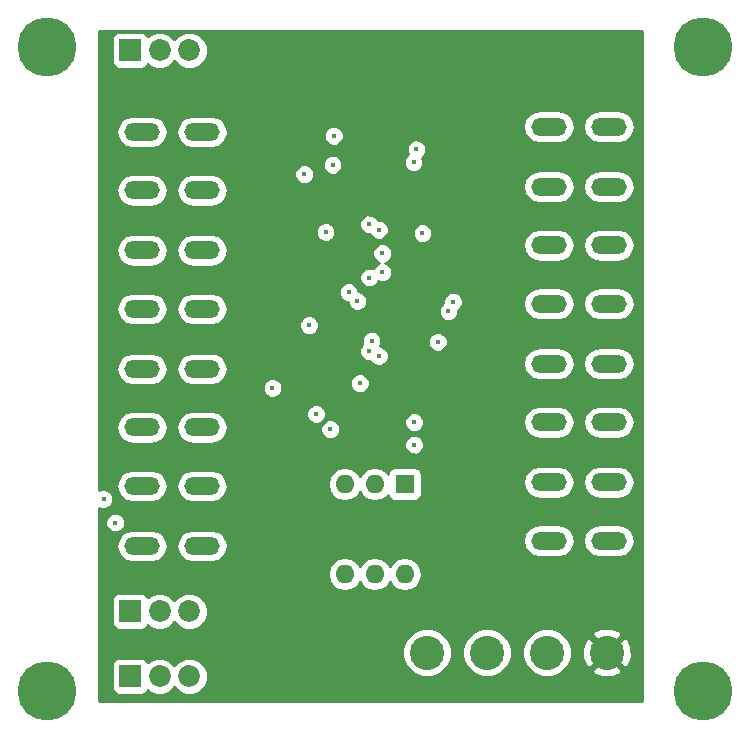
<source format=gbr>
G04 #@! TF.FileFunction,Copper,L2,Inr,Plane*
%FSLAX46Y46*%
G04 Gerber Fmt 4.6, Leading zero omitted, Abs format (unit mm)*
G04 Created by KiCad (PCBNEW 4.0.4-stable) date Wednesday, 26 April 2017 'PMt' 10:40:54 PM*
%MOMM*%
%LPD*%
G01*
G04 APERTURE LIST*
%ADD10C,0.100000*%
%ADD11C,5.000000*%
%ADD12R,1.600000X1.600000*%
%ADD13O,1.600000X1.600000*%
%ADD14R,1.850000X1.850000*%
%ADD15C,1.850000*%
%ADD16O,2.999740X1.501140*%
%ADD17C,2.900000*%
%ADD18C,0.400000*%
%ADD19C,0.254000*%
G04 APERTURE END LIST*
D10*
D11*
X98750000Y-116750000D03*
X43250000Y-116750000D03*
X43250000Y-62250000D03*
D12*
X73500000Y-99250000D03*
D13*
X68420000Y-106870000D03*
X70960000Y-99250000D03*
X70960000Y-106870000D03*
X68420000Y-99250000D03*
X73500000Y-106870000D03*
D14*
X50250000Y-110000000D03*
D15*
X52750000Y-110000000D03*
X55250000Y-110000000D03*
D16*
X90790000Y-104030000D03*
X85710000Y-104030000D03*
X90790000Y-99077000D03*
X85710000Y-99077000D03*
X90790000Y-93997000D03*
X85710000Y-93997000D03*
X90790000Y-89044000D03*
X85710000Y-89044000D03*
X90790000Y-83964000D03*
X85710000Y-83964000D03*
X90790000Y-79011000D03*
X85710000Y-79011000D03*
X90790000Y-74058000D03*
X85710000Y-74058000D03*
X90790000Y-68978000D03*
X85710000Y-68978000D03*
D14*
X50250000Y-115500000D03*
D15*
X52750000Y-115500000D03*
X55250000Y-115500000D03*
D14*
X50250000Y-62500000D03*
D15*
X52750000Y-62500000D03*
X55250000Y-62500000D03*
D17*
X75380000Y-113500000D03*
X80460000Y-113500000D03*
X85540000Y-113500000D03*
X90620000Y-113500000D03*
D16*
X51260000Y-69420000D03*
X56340000Y-69420000D03*
X51260000Y-74373000D03*
X56340000Y-74373000D03*
X51260000Y-79453000D03*
X56340000Y-79453000D03*
X51260000Y-84406000D03*
X56340000Y-84406000D03*
X51260000Y-89486000D03*
X56340000Y-89486000D03*
X51260000Y-94439000D03*
X56340000Y-94439000D03*
X51260000Y-99392000D03*
X56340000Y-99392000D03*
X51260000Y-104472000D03*
X56340000Y-104472000D03*
D11*
X98750000Y-62250000D03*
D18*
X78900000Y-83400000D03*
X80700000Y-87100000D03*
X76000000Y-86300000D03*
X64200000Y-93400000D03*
X64200000Y-96000000D03*
X64100000Y-85900000D03*
X64200000Y-88500000D03*
X64200000Y-78400000D03*
X64200000Y-80900000D03*
X64300000Y-70900000D03*
X64300000Y-73500000D03*
X76900000Y-94600000D03*
X78900000Y-90900000D03*
X77700000Y-79600000D03*
X77600000Y-77100000D03*
X77500000Y-72200000D03*
X77500000Y-69600000D03*
X65400000Y-84900000D03*
X70500000Y-88000000D03*
X67200000Y-94600000D03*
X71300000Y-77700000D03*
X66800000Y-77900000D03*
X74500000Y-70900000D03*
X67400000Y-72200000D03*
X65400000Y-85800000D03*
X69700000Y-90700000D03*
X76300000Y-87200000D03*
X49000000Y-102500000D03*
X48000000Y-100500000D03*
X67500000Y-69750000D03*
X65000000Y-73000000D03*
X70500000Y-77250000D03*
X70500000Y-81750000D03*
X69500000Y-83750000D03*
X68750000Y-83000000D03*
X62300000Y-91100000D03*
X66000000Y-93300000D03*
X74300000Y-95900000D03*
X74300000Y-94000000D03*
X77200000Y-84600000D03*
X77600000Y-83800000D03*
X71300000Y-88400000D03*
X70700000Y-87100000D03*
X71600000Y-81300000D03*
X71600000Y-79700000D03*
X75000000Y-78000000D03*
X74250000Y-72000000D03*
D19*
G36*
X93623000Y-117623000D02*
X47627000Y-117623000D01*
X47627000Y-114575000D01*
X48677560Y-114575000D01*
X48677560Y-116425000D01*
X48721838Y-116660317D01*
X48860910Y-116876441D01*
X49073110Y-117021431D01*
X49325000Y-117072440D01*
X51175000Y-117072440D01*
X51410317Y-117028162D01*
X51626441Y-116889090D01*
X51750771Y-116707126D01*
X51865177Y-116821732D01*
X52438336Y-117059728D01*
X53058942Y-117060270D01*
X53632514Y-116823275D01*
X54000256Y-116456174D01*
X54365177Y-116821732D01*
X54938336Y-117059728D01*
X55558942Y-117060270D01*
X56132514Y-116823275D01*
X56571732Y-116384823D01*
X56809728Y-115811664D01*
X56810270Y-115191058D01*
X56573275Y-114617486D01*
X56134823Y-114178268D01*
X55561664Y-113940272D01*
X54941058Y-113939730D01*
X54367486Y-114176725D01*
X53999744Y-114543826D01*
X53634823Y-114178268D01*
X53061664Y-113940272D01*
X52441058Y-113939730D01*
X51867486Y-114176725D01*
X51749251Y-114294754D01*
X51639090Y-114123559D01*
X51426890Y-113978569D01*
X51175000Y-113927560D01*
X49325000Y-113927560D01*
X49089683Y-113971838D01*
X48873559Y-114110910D01*
X48728569Y-114323110D01*
X48677560Y-114575000D01*
X47627000Y-114575000D01*
X47627000Y-113912913D01*
X73294638Y-113912913D01*
X73611392Y-114679515D01*
X74197400Y-115266547D01*
X74963448Y-115584638D01*
X75792913Y-115585362D01*
X76559515Y-115268608D01*
X77146547Y-114682600D01*
X77464638Y-113916552D01*
X77464641Y-113912913D01*
X78374638Y-113912913D01*
X78691392Y-114679515D01*
X79277400Y-115266547D01*
X80043448Y-115584638D01*
X80872913Y-115585362D01*
X81639515Y-115268608D01*
X82226547Y-114682600D01*
X82544638Y-113916552D01*
X82544641Y-113912913D01*
X83454638Y-113912913D01*
X83771392Y-114679515D01*
X84357400Y-115266547D01*
X85123448Y-115584638D01*
X85952913Y-115585362D01*
X86719515Y-115268608D01*
X87010782Y-114977849D01*
X89321756Y-114977849D01*
X89475435Y-115291424D01*
X90248108Y-115593066D01*
X91077398Y-115576058D01*
X91764565Y-115291424D01*
X91918244Y-114977849D01*
X90620000Y-113679605D01*
X89321756Y-114977849D01*
X87010782Y-114977849D01*
X87306547Y-114682600D01*
X87624638Y-113916552D01*
X87625326Y-113128108D01*
X88526934Y-113128108D01*
X88543942Y-113957398D01*
X88828576Y-114644565D01*
X89142151Y-114798244D01*
X90440395Y-113500000D01*
X90799605Y-113500000D01*
X92097849Y-114798244D01*
X92411424Y-114644565D01*
X92713066Y-113871892D01*
X92696058Y-113042602D01*
X92411424Y-112355435D01*
X92097849Y-112201756D01*
X90799605Y-113500000D01*
X90440395Y-113500000D01*
X89142151Y-112201756D01*
X88828576Y-112355435D01*
X88526934Y-113128108D01*
X87625326Y-113128108D01*
X87625362Y-113087087D01*
X87308608Y-112320485D01*
X87010795Y-112022151D01*
X89321756Y-112022151D01*
X90620000Y-113320395D01*
X91918244Y-112022151D01*
X91764565Y-111708576D01*
X90991892Y-111406934D01*
X90162602Y-111423942D01*
X89475435Y-111708576D01*
X89321756Y-112022151D01*
X87010795Y-112022151D01*
X86722600Y-111733453D01*
X85956552Y-111415362D01*
X85127087Y-111414638D01*
X84360485Y-111731392D01*
X83773453Y-112317400D01*
X83455362Y-113083448D01*
X83454638Y-113912913D01*
X82544641Y-113912913D01*
X82545362Y-113087087D01*
X82228608Y-112320485D01*
X81642600Y-111733453D01*
X80876552Y-111415362D01*
X80047087Y-111414638D01*
X79280485Y-111731392D01*
X78693453Y-112317400D01*
X78375362Y-113083448D01*
X78374638Y-113912913D01*
X77464641Y-113912913D01*
X77465362Y-113087087D01*
X77148608Y-112320485D01*
X76562600Y-111733453D01*
X75796552Y-111415362D01*
X74967087Y-111414638D01*
X74200485Y-111731392D01*
X73613453Y-112317400D01*
X73295362Y-113083448D01*
X73294638Y-113912913D01*
X47627000Y-113912913D01*
X47627000Y-109075000D01*
X48677560Y-109075000D01*
X48677560Y-110925000D01*
X48721838Y-111160317D01*
X48860910Y-111376441D01*
X49073110Y-111521431D01*
X49325000Y-111572440D01*
X51175000Y-111572440D01*
X51410317Y-111528162D01*
X51626441Y-111389090D01*
X51750771Y-111207126D01*
X51865177Y-111321732D01*
X52438336Y-111559728D01*
X53058942Y-111560270D01*
X53632514Y-111323275D01*
X54000256Y-110956174D01*
X54365177Y-111321732D01*
X54938336Y-111559728D01*
X55558942Y-111560270D01*
X56132514Y-111323275D01*
X56571732Y-110884823D01*
X56809728Y-110311664D01*
X56810270Y-109691058D01*
X56573275Y-109117486D01*
X56134823Y-108678268D01*
X55561664Y-108440272D01*
X54941058Y-108439730D01*
X54367486Y-108676725D01*
X53999744Y-109043826D01*
X53634823Y-108678268D01*
X53061664Y-108440272D01*
X52441058Y-108439730D01*
X51867486Y-108676725D01*
X51749251Y-108794754D01*
X51639090Y-108623559D01*
X51426890Y-108478569D01*
X51175000Y-108427560D01*
X49325000Y-108427560D01*
X49089683Y-108471838D01*
X48873559Y-108610910D01*
X48728569Y-108823110D01*
X48677560Y-109075000D01*
X47627000Y-109075000D01*
X47627000Y-106841887D01*
X66985000Y-106841887D01*
X66985000Y-106898113D01*
X67094233Y-107447264D01*
X67405302Y-107912811D01*
X67870849Y-108223880D01*
X68420000Y-108333113D01*
X68969151Y-108223880D01*
X69434698Y-107912811D01*
X69690000Y-107530725D01*
X69945302Y-107912811D01*
X70410849Y-108223880D01*
X70960000Y-108333113D01*
X71509151Y-108223880D01*
X71974698Y-107912811D01*
X72230000Y-107530725D01*
X72485302Y-107912811D01*
X72950849Y-108223880D01*
X73500000Y-108333113D01*
X74049151Y-108223880D01*
X74514698Y-107912811D01*
X74825767Y-107447264D01*
X74935000Y-106898113D01*
X74935000Y-106841887D01*
X74825767Y-106292736D01*
X74514698Y-105827189D01*
X74049151Y-105516120D01*
X73500000Y-105406887D01*
X72950849Y-105516120D01*
X72485302Y-105827189D01*
X72230000Y-106209275D01*
X71974698Y-105827189D01*
X71509151Y-105516120D01*
X70960000Y-105406887D01*
X70410849Y-105516120D01*
X69945302Y-105827189D01*
X69690000Y-106209275D01*
X69434698Y-105827189D01*
X68969151Y-105516120D01*
X68420000Y-105406887D01*
X67870849Y-105516120D01*
X67405302Y-105827189D01*
X67094233Y-106292736D01*
X66985000Y-106841887D01*
X47627000Y-106841887D01*
X47627000Y-104472000D01*
X49083305Y-104472000D01*
X49188775Y-105002235D01*
X49489129Y-105451746D01*
X49938640Y-105752100D01*
X50468875Y-105857570D01*
X52051125Y-105857570D01*
X52581360Y-105752100D01*
X53030871Y-105451746D01*
X53331225Y-105002235D01*
X53436695Y-104472000D01*
X54163305Y-104472000D01*
X54268775Y-105002235D01*
X54569129Y-105451746D01*
X55018640Y-105752100D01*
X55548875Y-105857570D01*
X57131125Y-105857570D01*
X57661360Y-105752100D01*
X58110871Y-105451746D01*
X58411225Y-105002235D01*
X58516695Y-104472000D01*
X58428776Y-104030000D01*
X83533305Y-104030000D01*
X83638775Y-104560235D01*
X83939129Y-105009746D01*
X84388640Y-105310100D01*
X84918875Y-105415570D01*
X86501125Y-105415570D01*
X87031360Y-105310100D01*
X87480871Y-105009746D01*
X87781225Y-104560235D01*
X87886695Y-104030000D01*
X88613305Y-104030000D01*
X88718775Y-104560235D01*
X89019129Y-105009746D01*
X89468640Y-105310100D01*
X89998875Y-105415570D01*
X91581125Y-105415570D01*
X92111360Y-105310100D01*
X92560871Y-105009746D01*
X92861225Y-104560235D01*
X92966695Y-104030000D01*
X92861225Y-103499765D01*
X92560871Y-103050254D01*
X92111360Y-102749900D01*
X91581125Y-102644430D01*
X89998875Y-102644430D01*
X89468640Y-102749900D01*
X89019129Y-103050254D01*
X88718775Y-103499765D01*
X88613305Y-104030000D01*
X87886695Y-104030000D01*
X87781225Y-103499765D01*
X87480871Y-103050254D01*
X87031360Y-102749900D01*
X86501125Y-102644430D01*
X84918875Y-102644430D01*
X84388640Y-102749900D01*
X83939129Y-103050254D01*
X83638775Y-103499765D01*
X83533305Y-104030000D01*
X58428776Y-104030000D01*
X58411225Y-103941765D01*
X58110871Y-103492254D01*
X57661360Y-103191900D01*
X57131125Y-103086430D01*
X55548875Y-103086430D01*
X55018640Y-103191900D01*
X54569129Y-103492254D01*
X54268775Y-103941765D01*
X54163305Y-104472000D01*
X53436695Y-104472000D01*
X53331225Y-103941765D01*
X53030871Y-103492254D01*
X52581360Y-103191900D01*
X52051125Y-103086430D01*
X50468875Y-103086430D01*
X49938640Y-103191900D01*
X49489129Y-103492254D01*
X49188775Y-103941765D01*
X49083305Y-104472000D01*
X47627000Y-104472000D01*
X47627000Y-102665363D01*
X48164855Y-102665363D01*
X48291708Y-102972372D01*
X48526393Y-103207466D01*
X48833179Y-103334855D01*
X49165363Y-103335145D01*
X49472372Y-103208292D01*
X49707466Y-102973607D01*
X49834855Y-102666821D01*
X49835145Y-102334637D01*
X49708292Y-102027628D01*
X49473607Y-101792534D01*
X49166821Y-101665145D01*
X48834637Y-101664855D01*
X48527628Y-101791708D01*
X48292534Y-102026393D01*
X48165145Y-102333179D01*
X48164855Y-102665363D01*
X47627000Y-102665363D01*
X47627000Y-101249242D01*
X47833179Y-101334855D01*
X48165363Y-101335145D01*
X48472372Y-101208292D01*
X48707466Y-100973607D01*
X48834855Y-100666821D01*
X48835145Y-100334637D01*
X48708292Y-100027628D01*
X48473607Y-99792534D01*
X48166821Y-99665145D01*
X47834637Y-99664855D01*
X47627000Y-99750648D01*
X47627000Y-99392000D01*
X49083305Y-99392000D01*
X49188775Y-99922235D01*
X49489129Y-100371746D01*
X49938640Y-100672100D01*
X50468875Y-100777570D01*
X52051125Y-100777570D01*
X52581360Y-100672100D01*
X53030871Y-100371746D01*
X53331225Y-99922235D01*
X53436695Y-99392000D01*
X54163305Y-99392000D01*
X54268775Y-99922235D01*
X54569129Y-100371746D01*
X55018640Y-100672100D01*
X55548875Y-100777570D01*
X57131125Y-100777570D01*
X57661360Y-100672100D01*
X58110871Y-100371746D01*
X58411225Y-99922235D01*
X58516695Y-99392000D01*
X58482858Y-99221887D01*
X66985000Y-99221887D01*
X66985000Y-99278113D01*
X67094233Y-99827264D01*
X67405302Y-100292811D01*
X67870849Y-100603880D01*
X68420000Y-100713113D01*
X68969151Y-100603880D01*
X69434698Y-100292811D01*
X69690000Y-99910725D01*
X69945302Y-100292811D01*
X70410849Y-100603880D01*
X70960000Y-100713113D01*
X71509151Y-100603880D01*
X71974698Y-100292811D01*
X72071101Y-100148535D01*
X72096838Y-100285317D01*
X72235910Y-100501441D01*
X72448110Y-100646431D01*
X72700000Y-100697440D01*
X74300000Y-100697440D01*
X74535317Y-100653162D01*
X74751441Y-100514090D01*
X74896431Y-100301890D01*
X74947440Y-100050000D01*
X74947440Y-99077000D01*
X83533305Y-99077000D01*
X83638775Y-99607235D01*
X83939129Y-100056746D01*
X84388640Y-100357100D01*
X84918875Y-100462570D01*
X86501125Y-100462570D01*
X87031360Y-100357100D01*
X87480871Y-100056746D01*
X87781225Y-99607235D01*
X87886695Y-99077000D01*
X88613305Y-99077000D01*
X88718775Y-99607235D01*
X89019129Y-100056746D01*
X89468640Y-100357100D01*
X89998875Y-100462570D01*
X91581125Y-100462570D01*
X92111360Y-100357100D01*
X92560871Y-100056746D01*
X92861225Y-99607235D01*
X92966695Y-99077000D01*
X92861225Y-98546765D01*
X92560871Y-98097254D01*
X92111360Y-97796900D01*
X91581125Y-97691430D01*
X89998875Y-97691430D01*
X89468640Y-97796900D01*
X89019129Y-98097254D01*
X88718775Y-98546765D01*
X88613305Y-99077000D01*
X87886695Y-99077000D01*
X87781225Y-98546765D01*
X87480871Y-98097254D01*
X87031360Y-97796900D01*
X86501125Y-97691430D01*
X84918875Y-97691430D01*
X84388640Y-97796900D01*
X83939129Y-98097254D01*
X83638775Y-98546765D01*
X83533305Y-99077000D01*
X74947440Y-99077000D01*
X74947440Y-98450000D01*
X74903162Y-98214683D01*
X74764090Y-97998559D01*
X74551890Y-97853569D01*
X74300000Y-97802560D01*
X72700000Y-97802560D01*
X72464683Y-97846838D01*
X72248559Y-97985910D01*
X72103569Y-98198110D01*
X72072185Y-98353089D01*
X71974698Y-98207189D01*
X71509151Y-97896120D01*
X70960000Y-97786887D01*
X70410849Y-97896120D01*
X69945302Y-98207189D01*
X69690000Y-98589275D01*
X69434698Y-98207189D01*
X68969151Y-97896120D01*
X68420000Y-97786887D01*
X67870849Y-97896120D01*
X67405302Y-98207189D01*
X67094233Y-98672736D01*
X66985000Y-99221887D01*
X58482858Y-99221887D01*
X58411225Y-98861765D01*
X58110871Y-98412254D01*
X57661360Y-98111900D01*
X57131125Y-98006430D01*
X55548875Y-98006430D01*
X55018640Y-98111900D01*
X54569129Y-98412254D01*
X54268775Y-98861765D01*
X54163305Y-99392000D01*
X53436695Y-99392000D01*
X53331225Y-98861765D01*
X53030871Y-98412254D01*
X52581360Y-98111900D01*
X52051125Y-98006430D01*
X50468875Y-98006430D01*
X49938640Y-98111900D01*
X49489129Y-98412254D01*
X49188775Y-98861765D01*
X49083305Y-99392000D01*
X47627000Y-99392000D01*
X47627000Y-96065363D01*
X73464855Y-96065363D01*
X73591708Y-96372372D01*
X73826393Y-96607466D01*
X74133179Y-96734855D01*
X74465363Y-96735145D01*
X74772372Y-96608292D01*
X75007466Y-96373607D01*
X75134855Y-96066821D01*
X75135145Y-95734637D01*
X75008292Y-95427628D01*
X74773607Y-95192534D01*
X74466821Y-95065145D01*
X74134637Y-95064855D01*
X73827628Y-95191708D01*
X73592534Y-95426393D01*
X73465145Y-95733179D01*
X73464855Y-96065363D01*
X47627000Y-96065363D01*
X47627000Y-94439000D01*
X49083305Y-94439000D01*
X49188775Y-94969235D01*
X49489129Y-95418746D01*
X49938640Y-95719100D01*
X50468875Y-95824570D01*
X52051125Y-95824570D01*
X52581360Y-95719100D01*
X53030871Y-95418746D01*
X53331225Y-94969235D01*
X53436695Y-94439000D01*
X54163305Y-94439000D01*
X54268775Y-94969235D01*
X54569129Y-95418746D01*
X55018640Y-95719100D01*
X55548875Y-95824570D01*
X57131125Y-95824570D01*
X57661360Y-95719100D01*
X58110871Y-95418746D01*
X58411225Y-94969235D01*
X58451777Y-94765363D01*
X66364855Y-94765363D01*
X66491708Y-95072372D01*
X66726393Y-95307466D01*
X67033179Y-95434855D01*
X67365363Y-95435145D01*
X67672372Y-95308292D01*
X67907466Y-95073607D01*
X68034855Y-94766821D01*
X68035145Y-94434637D01*
X67923884Y-94165363D01*
X73464855Y-94165363D01*
X73591708Y-94472372D01*
X73826393Y-94707466D01*
X74133179Y-94834855D01*
X74465363Y-94835145D01*
X74772372Y-94708292D01*
X75007466Y-94473607D01*
X75134855Y-94166821D01*
X75135003Y-93997000D01*
X83533305Y-93997000D01*
X83638775Y-94527235D01*
X83939129Y-94976746D01*
X84388640Y-95277100D01*
X84918875Y-95382570D01*
X86501125Y-95382570D01*
X87031360Y-95277100D01*
X87480871Y-94976746D01*
X87781225Y-94527235D01*
X87886695Y-93997000D01*
X88613305Y-93997000D01*
X88718775Y-94527235D01*
X89019129Y-94976746D01*
X89468640Y-95277100D01*
X89998875Y-95382570D01*
X91581125Y-95382570D01*
X92111360Y-95277100D01*
X92560871Y-94976746D01*
X92861225Y-94527235D01*
X92966695Y-93997000D01*
X92861225Y-93466765D01*
X92560871Y-93017254D01*
X92111360Y-92716900D01*
X91581125Y-92611430D01*
X89998875Y-92611430D01*
X89468640Y-92716900D01*
X89019129Y-93017254D01*
X88718775Y-93466765D01*
X88613305Y-93997000D01*
X87886695Y-93997000D01*
X87781225Y-93466765D01*
X87480871Y-93017254D01*
X87031360Y-92716900D01*
X86501125Y-92611430D01*
X84918875Y-92611430D01*
X84388640Y-92716900D01*
X83939129Y-93017254D01*
X83638775Y-93466765D01*
X83533305Y-93997000D01*
X75135003Y-93997000D01*
X75135145Y-93834637D01*
X75008292Y-93527628D01*
X74773607Y-93292534D01*
X74466821Y-93165145D01*
X74134637Y-93164855D01*
X73827628Y-93291708D01*
X73592534Y-93526393D01*
X73465145Y-93833179D01*
X73464855Y-94165363D01*
X67923884Y-94165363D01*
X67908292Y-94127628D01*
X67673607Y-93892534D01*
X67366821Y-93765145D01*
X67034637Y-93764855D01*
X66727628Y-93891708D01*
X66492534Y-94126393D01*
X66365145Y-94433179D01*
X66364855Y-94765363D01*
X58451777Y-94765363D01*
X58516695Y-94439000D01*
X58411225Y-93908765D01*
X58114953Y-93465363D01*
X65164855Y-93465363D01*
X65291708Y-93772372D01*
X65526393Y-94007466D01*
X65833179Y-94134855D01*
X66165363Y-94135145D01*
X66472372Y-94008292D01*
X66707466Y-93773607D01*
X66834855Y-93466821D01*
X66835145Y-93134637D01*
X66708292Y-92827628D01*
X66473607Y-92592534D01*
X66166821Y-92465145D01*
X65834637Y-92464855D01*
X65527628Y-92591708D01*
X65292534Y-92826393D01*
X65165145Y-93133179D01*
X65164855Y-93465363D01*
X58114953Y-93465363D01*
X58110871Y-93459254D01*
X57661360Y-93158900D01*
X57131125Y-93053430D01*
X55548875Y-93053430D01*
X55018640Y-93158900D01*
X54569129Y-93459254D01*
X54268775Y-93908765D01*
X54163305Y-94439000D01*
X53436695Y-94439000D01*
X53331225Y-93908765D01*
X53030871Y-93459254D01*
X52581360Y-93158900D01*
X52051125Y-93053430D01*
X50468875Y-93053430D01*
X49938640Y-93158900D01*
X49489129Y-93459254D01*
X49188775Y-93908765D01*
X49083305Y-94439000D01*
X47627000Y-94439000D01*
X47627000Y-91265363D01*
X61464855Y-91265363D01*
X61591708Y-91572372D01*
X61826393Y-91807466D01*
X62133179Y-91934855D01*
X62465363Y-91935145D01*
X62772372Y-91808292D01*
X63007466Y-91573607D01*
X63134855Y-91266821D01*
X63135145Y-90934637D01*
X63106522Y-90865363D01*
X68864855Y-90865363D01*
X68991708Y-91172372D01*
X69226393Y-91407466D01*
X69533179Y-91534855D01*
X69865363Y-91535145D01*
X70172372Y-91408292D01*
X70407466Y-91173607D01*
X70534855Y-90866821D01*
X70535145Y-90534637D01*
X70408292Y-90227628D01*
X70173607Y-89992534D01*
X69866821Y-89865145D01*
X69534637Y-89864855D01*
X69227628Y-89991708D01*
X68992534Y-90226393D01*
X68865145Y-90533179D01*
X68864855Y-90865363D01*
X63106522Y-90865363D01*
X63008292Y-90627628D01*
X62773607Y-90392534D01*
X62466821Y-90265145D01*
X62134637Y-90264855D01*
X61827628Y-90391708D01*
X61592534Y-90626393D01*
X61465145Y-90933179D01*
X61464855Y-91265363D01*
X47627000Y-91265363D01*
X47627000Y-89486000D01*
X49083305Y-89486000D01*
X49188775Y-90016235D01*
X49489129Y-90465746D01*
X49938640Y-90766100D01*
X50468875Y-90871570D01*
X52051125Y-90871570D01*
X52581360Y-90766100D01*
X53030871Y-90465746D01*
X53331225Y-90016235D01*
X53436695Y-89486000D01*
X54163305Y-89486000D01*
X54268775Y-90016235D01*
X54569129Y-90465746D01*
X55018640Y-90766100D01*
X55548875Y-90871570D01*
X57131125Y-90871570D01*
X57661360Y-90766100D01*
X58110871Y-90465746D01*
X58411225Y-90016235D01*
X58516695Y-89486000D01*
X58411225Y-88955765D01*
X58110871Y-88506254D01*
X57661360Y-88205900D01*
X57457567Y-88165363D01*
X69664855Y-88165363D01*
X69791708Y-88472372D01*
X70026393Y-88707466D01*
X70333179Y-88834855D01*
X70576294Y-88835067D01*
X70591708Y-88872372D01*
X70826393Y-89107466D01*
X71133179Y-89234855D01*
X71465363Y-89235145D01*
X71772372Y-89108292D01*
X71836776Y-89044000D01*
X83533305Y-89044000D01*
X83638775Y-89574235D01*
X83939129Y-90023746D01*
X84388640Y-90324100D01*
X84918875Y-90429570D01*
X86501125Y-90429570D01*
X87031360Y-90324100D01*
X87480871Y-90023746D01*
X87781225Y-89574235D01*
X87886695Y-89044000D01*
X88613305Y-89044000D01*
X88718775Y-89574235D01*
X89019129Y-90023746D01*
X89468640Y-90324100D01*
X89998875Y-90429570D01*
X91581125Y-90429570D01*
X92111360Y-90324100D01*
X92560871Y-90023746D01*
X92861225Y-89574235D01*
X92966695Y-89044000D01*
X92861225Y-88513765D01*
X92560871Y-88064254D01*
X92111360Y-87763900D01*
X91581125Y-87658430D01*
X89998875Y-87658430D01*
X89468640Y-87763900D01*
X89019129Y-88064254D01*
X88718775Y-88513765D01*
X88613305Y-89044000D01*
X87886695Y-89044000D01*
X87781225Y-88513765D01*
X87480871Y-88064254D01*
X87031360Y-87763900D01*
X86501125Y-87658430D01*
X84918875Y-87658430D01*
X84388640Y-87763900D01*
X83939129Y-88064254D01*
X83638775Y-88513765D01*
X83533305Y-89044000D01*
X71836776Y-89044000D01*
X72007466Y-88873607D01*
X72134855Y-88566821D01*
X72135145Y-88234637D01*
X72008292Y-87927628D01*
X71773607Y-87692534D01*
X71466821Y-87565145D01*
X71411000Y-87565096D01*
X71493936Y-87365363D01*
X75464855Y-87365363D01*
X75591708Y-87672372D01*
X75826393Y-87907466D01*
X76133179Y-88034855D01*
X76465363Y-88035145D01*
X76772372Y-87908292D01*
X77007466Y-87673607D01*
X77134855Y-87366821D01*
X77135145Y-87034637D01*
X77008292Y-86727628D01*
X76773607Y-86492534D01*
X76466821Y-86365145D01*
X76134637Y-86364855D01*
X75827628Y-86491708D01*
X75592534Y-86726393D01*
X75465145Y-87033179D01*
X75464855Y-87365363D01*
X71493936Y-87365363D01*
X71534855Y-87266821D01*
X71535145Y-86934637D01*
X71408292Y-86627628D01*
X71173607Y-86392534D01*
X70866821Y-86265145D01*
X70534637Y-86264855D01*
X70227628Y-86391708D01*
X69992534Y-86626393D01*
X69865145Y-86933179D01*
X69864855Y-87265363D01*
X69920095Y-87399054D01*
X69792534Y-87526393D01*
X69665145Y-87833179D01*
X69664855Y-88165363D01*
X57457567Y-88165363D01*
X57131125Y-88100430D01*
X55548875Y-88100430D01*
X55018640Y-88205900D01*
X54569129Y-88506254D01*
X54268775Y-88955765D01*
X54163305Y-89486000D01*
X53436695Y-89486000D01*
X53331225Y-88955765D01*
X53030871Y-88506254D01*
X52581360Y-88205900D01*
X52051125Y-88100430D01*
X50468875Y-88100430D01*
X49938640Y-88205900D01*
X49489129Y-88506254D01*
X49188775Y-88955765D01*
X49083305Y-89486000D01*
X47627000Y-89486000D01*
X47627000Y-85965363D01*
X64564855Y-85965363D01*
X64691708Y-86272372D01*
X64926393Y-86507466D01*
X65233179Y-86634855D01*
X65565363Y-86635145D01*
X65872372Y-86508292D01*
X66107466Y-86273607D01*
X66234855Y-85966821D01*
X66235145Y-85634637D01*
X66108292Y-85327628D01*
X65873607Y-85092534D01*
X65566821Y-84965145D01*
X65234637Y-84964855D01*
X64927628Y-85091708D01*
X64692534Y-85326393D01*
X64565145Y-85633179D01*
X64564855Y-85965363D01*
X47627000Y-85965363D01*
X47627000Y-84406000D01*
X49083305Y-84406000D01*
X49188775Y-84936235D01*
X49489129Y-85385746D01*
X49938640Y-85686100D01*
X50468875Y-85791570D01*
X52051125Y-85791570D01*
X52581360Y-85686100D01*
X53030871Y-85385746D01*
X53331225Y-84936235D01*
X53436695Y-84406000D01*
X54163305Y-84406000D01*
X54268775Y-84936235D01*
X54569129Y-85385746D01*
X55018640Y-85686100D01*
X55548875Y-85791570D01*
X57131125Y-85791570D01*
X57661360Y-85686100D01*
X58110871Y-85385746D01*
X58411225Y-84936235D01*
X58445213Y-84765363D01*
X76364855Y-84765363D01*
X76491708Y-85072372D01*
X76726393Y-85307466D01*
X77033179Y-85434855D01*
X77365363Y-85435145D01*
X77672372Y-85308292D01*
X77907466Y-85073607D01*
X78034855Y-84766821D01*
X78035067Y-84523706D01*
X78072372Y-84508292D01*
X78307466Y-84273607D01*
X78434855Y-83966821D01*
X78434857Y-83964000D01*
X83533305Y-83964000D01*
X83638775Y-84494235D01*
X83939129Y-84943746D01*
X84388640Y-85244100D01*
X84918875Y-85349570D01*
X86501125Y-85349570D01*
X87031360Y-85244100D01*
X87480871Y-84943746D01*
X87781225Y-84494235D01*
X87886695Y-83964000D01*
X88613305Y-83964000D01*
X88718775Y-84494235D01*
X89019129Y-84943746D01*
X89468640Y-85244100D01*
X89998875Y-85349570D01*
X91581125Y-85349570D01*
X92111360Y-85244100D01*
X92560871Y-84943746D01*
X92861225Y-84494235D01*
X92966695Y-83964000D01*
X92861225Y-83433765D01*
X92560871Y-82984254D01*
X92111360Y-82683900D01*
X91581125Y-82578430D01*
X89998875Y-82578430D01*
X89468640Y-82683900D01*
X89019129Y-82984254D01*
X88718775Y-83433765D01*
X88613305Y-83964000D01*
X87886695Y-83964000D01*
X87781225Y-83433765D01*
X87480871Y-82984254D01*
X87031360Y-82683900D01*
X86501125Y-82578430D01*
X84918875Y-82578430D01*
X84388640Y-82683900D01*
X83939129Y-82984254D01*
X83638775Y-83433765D01*
X83533305Y-83964000D01*
X78434857Y-83964000D01*
X78435145Y-83634637D01*
X78308292Y-83327628D01*
X78073607Y-83092534D01*
X77766821Y-82965145D01*
X77434637Y-82964855D01*
X77127628Y-83091708D01*
X76892534Y-83326393D01*
X76765145Y-83633179D01*
X76764933Y-83876294D01*
X76727628Y-83891708D01*
X76492534Y-84126393D01*
X76365145Y-84433179D01*
X76364855Y-84765363D01*
X58445213Y-84765363D01*
X58516695Y-84406000D01*
X58411225Y-83875765D01*
X58110871Y-83426254D01*
X57720421Y-83165363D01*
X67914855Y-83165363D01*
X68041708Y-83472372D01*
X68276393Y-83707466D01*
X68583179Y-83834855D01*
X68664925Y-83834926D01*
X68664855Y-83915363D01*
X68791708Y-84222372D01*
X69026393Y-84457466D01*
X69333179Y-84584855D01*
X69665363Y-84585145D01*
X69972372Y-84458292D01*
X70207466Y-84223607D01*
X70334855Y-83916821D01*
X70335145Y-83584637D01*
X70208292Y-83277628D01*
X69973607Y-83042534D01*
X69666821Y-82915145D01*
X69585075Y-82915074D01*
X69585145Y-82834637D01*
X69458292Y-82527628D01*
X69223607Y-82292534D01*
X68916821Y-82165145D01*
X68584637Y-82164855D01*
X68277628Y-82291708D01*
X68042534Y-82526393D01*
X67915145Y-82833179D01*
X67914855Y-83165363D01*
X57720421Y-83165363D01*
X57661360Y-83125900D01*
X57131125Y-83020430D01*
X55548875Y-83020430D01*
X55018640Y-83125900D01*
X54569129Y-83426254D01*
X54268775Y-83875765D01*
X54163305Y-84406000D01*
X53436695Y-84406000D01*
X53331225Y-83875765D01*
X53030871Y-83426254D01*
X52581360Y-83125900D01*
X52051125Y-83020430D01*
X50468875Y-83020430D01*
X49938640Y-83125900D01*
X49489129Y-83426254D01*
X49188775Y-83875765D01*
X49083305Y-84406000D01*
X47627000Y-84406000D01*
X47627000Y-81915363D01*
X69664855Y-81915363D01*
X69791708Y-82222372D01*
X70026393Y-82457466D01*
X70333179Y-82584855D01*
X70665363Y-82585145D01*
X70972372Y-82458292D01*
X71207466Y-82223607D01*
X71272094Y-82067966D01*
X71433179Y-82134855D01*
X71765363Y-82135145D01*
X72072372Y-82008292D01*
X72307466Y-81773607D01*
X72434855Y-81466821D01*
X72435145Y-81134637D01*
X72308292Y-80827628D01*
X72073607Y-80592534D01*
X71850591Y-80499930D01*
X72072372Y-80408292D01*
X72307466Y-80173607D01*
X72434855Y-79866821D01*
X72435145Y-79534637D01*
X72308292Y-79227628D01*
X72092041Y-79011000D01*
X83533305Y-79011000D01*
X83638775Y-79541235D01*
X83939129Y-79990746D01*
X84388640Y-80291100D01*
X84918875Y-80396570D01*
X86501125Y-80396570D01*
X87031360Y-80291100D01*
X87480871Y-79990746D01*
X87781225Y-79541235D01*
X87886695Y-79011000D01*
X88613305Y-79011000D01*
X88718775Y-79541235D01*
X89019129Y-79990746D01*
X89468640Y-80291100D01*
X89998875Y-80396570D01*
X91581125Y-80396570D01*
X92111360Y-80291100D01*
X92560871Y-79990746D01*
X92861225Y-79541235D01*
X92966695Y-79011000D01*
X92861225Y-78480765D01*
X92560871Y-78031254D01*
X92111360Y-77730900D01*
X91581125Y-77625430D01*
X89998875Y-77625430D01*
X89468640Y-77730900D01*
X89019129Y-78031254D01*
X88718775Y-78480765D01*
X88613305Y-79011000D01*
X87886695Y-79011000D01*
X87781225Y-78480765D01*
X87480871Y-78031254D01*
X87031360Y-77730900D01*
X86501125Y-77625430D01*
X84918875Y-77625430D01*
X84388640Y-77730900D01*
X83939129Y-78031254D01*
X83638775Y-78480765D01*
X83533305Y-79011000D01*
X72092041Y-79011000D01*
X72073607Y-78992534D01*
X71766821Y-78865145D01*
X71434637Y-78864855D01*
X71127628Y-78991708D01*
X70892534Y-79226393D01*
X70765145Y-79533179D01*
X70764855Y-79865363D01*
X70891708Y-80172372D01*
X71126393Y-80407466D01*
X71349409Y-80500070D01*
X71127628Y-80591708D01*
X70892534Y-80826393D01*
X70827906Y-80982034D01*
X70666821Y-80915145D01*
X70334637Y-80914855D01*
X70027628Y-81041708D01*
X69792534Y-81276393D01*
X69665145Y-81583179D01*
X69664855Y-81915363D01*
X47627000Y-81915363D01*
X47627000Y-79453000D01*
X49083305Y-79453000D01*
X49188775Y-79983235D01*
X49489129Y-80432746D01*
X49938640Y-80733100D01*
X50468875Y-80838570D01*
X52051125Y-80838570D01*
X52581360Y-80733100D01*
X53030871Y-80432746D01*
X53331225Y-79983235D01*
X53436695Y-79453000D01*
X54163305Y-79453000D01*
X54268775Y-79983235D01*
X54569129Y-80432746D01*
X55018640Y-80733100D01*
X55548875Y-80838570D01*
X57131125Y-80838570D01*
X57661360Y-80733100D01*
X58110871Y-80432746D01*
X58411225Y-79983235D01*
X58516695Y-79453000D01*
X58411225Y-78922765D01*
X58110871Y-78473254D01*
X57661360Y-78172900D01*
X57131125Y-78067430D01*
X55548875Y-78067430D01*
X55018640Y-78172900D01*
X54569129Y-78473254D01*
X54268775Y-78922765D01*
X54163305Y-79453000D01*
X53436695Y-79453000D01*
X53331225Y-78922765D01*
X53030871Y-78473254D01*
X52581360Y-78172900D01*
X52051125Y-78067430D01*
X50468875Y-78067430D01*
X49938640Y-78172900D01*
X49489129Y-78473254D01*
X49188775Y-78922765D01*
X49083305Y-79453000D01*
X47627000Y-79453000D01*
X47627000Y-78065363D01*
X65964855Y-78065363D01*
X66091708Y-78372372D01*
X66326393Y-78607466D01*
X66633179Y-78734855D01*
X66965363Y-78735145D01*
X67272372Y-78608292D01*
X67507466Y-78373607D01*
X67634855Y-78066821D01*
X67635145Y-77734637D01*
X67508292Y-77427628D01*
X67496049Y-77415363D01*
X69664855Y-77415363D01*
X69791708Y-77722372D01*
X70026393Y-77957466D01*
X70333179Y-78084855D01*
X70555627Y-78085049D01*
X70591708Y-78172372D01*
X70826393Y-78407466D01*
X71133179Y-78534855D01*
X71465363Y-78535145D01*
X71772372Y-78408292D01*
X72007466Y-78173607D01*
X72010889Y-78165363D01*
X74164855Y-78165363D01*
X74291708Y-78472372D01*
X74526393Y-78707466D01*
X74833179Y-78834855D01*
X75165363Y-78835145D01*
X75472372Y-78708292D01*
X75707466Y-78473607D01*
X75834855Y-78166821D01*
X75835145Y-77834637D01*
X75708292Y-77527628D01*
X75473607Y-77292534D01*
X75166821Y-77165145D01*
X74834637Y-77164855D01*
X74527628Y-77291708D01*
X74292534Y-77526393D01*
X74165145Y-77833179D01*
X74164855Y-78165363D01*
X72010889Y-78165363D01*
X72134855Y-77866821D01*
X72135145Y-77534637D01*
X72008292Y-77227628D01*
X71773607Y-76992534D01*
X71466821Y-76865145D01*
X71244373Y-76864951D01*
X71208292Y-76777628D01*
X70973607Y-76542534D01*
X70666821Y-76415145D01*
X70334637Y-76414855D01*
X70027628Y-76541708D01*
X69792534Y-76776393D01*
X69665145Y-77083179D01*
X69664855Y-77415363D01*
X67496049Y-77415363D01*
X67273607Y-77192534D01*
X66966821Y-77065145D01*
X66634637Y-77064855D01*
X66327628Y-77191708D01*
X66092534Y-77426393D01*
X65965145Y-77733179D01*
X65964855Y-78065363D01*
X47627000Y-78065363D01*
X47627000Y-74373000D01*
X49083305Y-74373000D01*
X49188775Y-74903235D01*
X49489129Y-75352746D01*
X49938640Y-75653100D01*
X50468875Y-75758570D01*
X52051125Y-75758570D01*
X52581360Y-75653100D01*
X53030871Y-75352746D01*
X53331225Y-74903235D01*
X53436695Y-74373000D01*
X54163305Y-74373000D01*
X54268775Y-74903235D01*
X54569129Y-75352746D01*
X55018640Y-75653100D01*
X55548875Y-75758570D01*
X57131125Y-75758570D01*
X57661360Y-75653100D01*
X58110871Y-75352746D01*
X58411225Y-74903235D01*
X58516695Y-74373000D01*
X58454038Y-74058000D01*
X83533305Y-74058000D01*
X83638775Y-74588235D01*
X83939129Y-75037746D01*
X84388640Y-75338100D01*
X84918875Y-75443570D01*
X86501125Y-75443570D01*
X87031360Y-75338100D01*
X87480871Y-75037746D01*
X87781225Y-74588235D01*
X87886695Y-74058000D01*
X88613305Y-74058000D01*
X88718775Y-74588235D01*
X89019129Y-75037746D01*
X89468640Y-75338100D01*
X89998875Y-75443570D01*
X91581125Y-75443570D01*
X92111360Y-75338100D01*
X92560871Y-75037746D01*
X92861225Y-74588235D01*
X92966695Y-74058000D01*
X92861225Y-73527765D01*
X92560871Y-73078254D01*
X92111360Y-72777900D01*
X91581125Y-72672430D01*
X89998875Y-72672430D01*
X89468640Y-72777900D01*
X89019129Y-73078254D01*
X88718775Y-73527765D01*
X88613305Y-74058000D01*
X87886695Y-74058000D01*
X87781225Y-73527765D01*
X87480871Y-73078254D01*
X87031360Y-72777900D01*
X86501125Y-72672430D01*
X84918875Y-72672430D01*
X84388640Y-72777900D01*
X83939129Y-73078254D01*
X83638775Y-73527765D01*
X83533305Y-74058000D01*
X58454038Y-74058000D01*
X58411225Y-73842765D01*
X58110871Y-73393254D01*
X57769809Y-73165363D01*
X64164855Y-73165363D01*
X64291708Y-73472372D01*
X64526393Y-73707466D01*
X64833179Y-73834855D01*
X65165363Y-73835145D01*
X65472372Y-73708292D01*
X65707466Y-73473607D01*
X65834855Y-73166821D01*
X65835145Y-72834637D01*
X65708292Y-72527628D01*
X65546310Y-72365363D01*
X66564855Y-72365363D01*
X66691708Y-72672372D01*
X66926393Y-72907466D01*
X67233179Y-73034855D01*
X67565363Y-73035145D01*
X67872372Y-72908292D01*
X68107466Y-72673607D01*
X68234855Y-72366821D01*
X68235030Y-72165363D01*
X73414855Y-72165363D01*
X73541708Y-72472372D01*
X73776393Y-72707466D01*
X74083179Y-72834855D01*
X74415363Y-72835145D01*
X74722372Y-72708292D01*
X74957466Y-72473607D01*
X75084855Y-72166821D01*
X75085145Y-71834637D01*
X74986000Y-71594687D01*
X75207466Y-71373607D01*
X75334855Y-71066821D01*
X75335145Y-70734637D01*
X75208292Y-70427628D01*
X74973607Y-70192534D01*
X74666821Y-70065145D01*
X74334637Y-70064855D01*
X74027628Y-70191708D01*
X73792534Y-70426393D01*
X73665145Y-70733179D01*
X73664855Y-71065363D01*
X73764000Y-71305313D01*
X73542534Y-71526393D01*
X73415145Y-71833179D01*
X73414855Y-72165363D01*
X68235030Y-72165363D01*
X68235145Y-72034637D01*
X68108292Y-71727628D01*
X67873607Y-71492534D01*
X67566821Y-71365145D01*
X67234637Y-71364855D01*
X66927628Y-71491708D01*
X66692534Y-71726393D01*
X66565145Y-72033179D01*
X66564855Y-72365363D01*
X65546310Y-72365363D01*
X65473607Y-72292534D01*
X65166821Y-72165145D01*
X64834637Y-72164855D01*
X64527628Y-72291708D01*
X64292534Y-72526393D01*
X64165145Y-72833179D01*
X64164855Y-73165363D01*
X57769809Y-73165363D01*
X57661360Y-73092900D01*
X57131125Y-72987430D01*
X55548875Y-72987430D01*
X55018640Y-73092900D01*
X54569129Y-73393254D01*
X54268775Y-73842765D01*
X54163305Y-74373000D01*
X53436695Y-74373000D01*
X53331225Y-73842765D01*
X53030871Y-73393254D01*
X52581360Y-73092900D01*
X52051125Y-72987430D01*
X50468875Y-72987430D01*
X49938640Y-73092900D01*
X49489129Y-73393254D01*
X49188775Y-73842765D01*
X49083305Y-74373000D01*
X47627000Y-74373000D01*
X47627000Y-69420000D01*
X49083305Y-69420000D01*
X49188775Y-69950235D01*
X49489129Y-70399746D01*
X49938640Y-70700100D01*
X50468875Y-70805570D01*
X52051125Y-70805570D01*
X52581360Y-70700100D01*
X53030871Y-70399746D01*
X53331225Y-69950235D01*
X53436695Y-69420000D01*
X54163305Y-69420000D01*
X54268775Y-69950235D01*
X54569129Y-70399746D01*
X55018640Y-70700100D01*
X55548875Y-70805570D01*
X57131125Y-70805570D01*
X57661360Y-70700100D01*
X58110871Y-70399746D01*
X58411225Y-69950235D01*
X58418161Y-69915363D01*
X66664855Y-69915363D01*
X66791708Y-70222372D01*
X67026393Y-70457466D01*
X67333179Y-70584855D01*
X67665363Y-70585145D01*
X67972372Y-70458292D01*
X68207466Y-70223607D01*
X68334855Y-69916821D01*
X68335145Y-69584637D01*
X68208292Y-69277628D01*
X67973607Y-69042534D01*
X67818193Y-68978000D01*
X83533305Y-68978000D01*
X83638775Y-69508235D01*
X83939129Y-69957746D01*
X84388640Y-70258100D01*
X84918875Y-70363570D01*
X86501125Y-70363570D01*
X87031360Y-70258100D01*
X87480871Y-69957746D01*
X87781225Y-69508235D01*
X87886695Y-68978000D01*
X88613305Y-68978000D01*
X88718775Y-69508235D01*
X89019129Y-69957746D01*
X89468640Y-70258100D01*
X89998875Y-70363570D01*
X91581125Y-70363570D01*
X92111360Y-70258100D01*
X92560871Y-69957746D01*
X92861225Y-69508235D01*
X92966695Y-68978000D01*
X92861225Y-68447765D01*
X92560871Y-67998254D01*
X92111360Y-67697900D01*
X91581125Y-67592430D01*
X89998875Y-67592430D01*
X89468640Y-67697900D01*
X89019129Y-67998254D01*
X88718775Y-68447765D01*
X88613305Y-68978000D01*
X87886695Y-68978000D01*
X87781225Y-68447765D01*
X87480871Y-67998254D01*
X87031360Y-67697900D01*
X86501125Y-67592430D01*
X84918875Y-67592430D01*
X84388640Y-67697900D01*
X83939129Y-67998254D01*
X83638775Y-68447765D01*
X83533305Y-68978000D01*
X67818193Y-68978000D01*
X67666821Y-68915145D01*
X67334637Y-68914855D01*
X67027628Y-69041708D01*
X66792534Y-69276393D01*
X66665145Y-69583179D01*
X66664855Y-69915363D01*
X58418161Y-69915363D01*
X58516695Y-69420000D01*
X58411225Y-68889765D01*
X58110871Y-68440254D01*
X57661360Y-68139900D01*
X57131125Y-68034430D01*
X55548875Y-68034430D01*
X55018640Y-68139900D01*
X54569129Y-68440254D01*
X54268775Y-68889765D01*
X54163305Y-69420000D01*
X53436695Y-69420000D01*
X53331225Y-68889765D01*
X53030871Y-68440254D01*
X52581360Y-68139900D01*
X52051125Y-68034430D01*
X50468875Y-68034430D01*
X49938640Y-68139900D01*
X49489129Y-68440254D01*
X49188775Y-68889765D01*
X49083305Y-69420000D01*
X47627000Y-69420000D01*
X47627000Y-61575000D01*
X48677560Y-61575000D01*
X48677560Y-63425000D01*
X48721838Y-63660317D01*
X48860910Y-63876441D01*
X49073110Y-64021431D01*
X49325000Y-64072440D01*
X51175000Y-64072440D01*
X51410317Y-64028162D01*
X51626441Y-63889090D01*
X51750771Y-63707126D01*
X51865177Y-63821732D01*
X52438336Y-64059728D01*
X53058942Y-64060270D01*
X53632514Y-63823275D01*
X54000256Y-63456174D01*
X54365177Y-63821732D01*
X54938336Y-64059728D01*
X55558942Y-64060270D01*
X56132514Y-63823275D01*
X56571732Y-63384823D01*
X56809728Y-62811664D01*
X56810270Y-62191058D01*
X56573275Y-61617486D01*
X56134823Y-61178268D01*
X55561664Y-60940272D01*
X54941058Y-60939730D01*
X54367486Y-61176725D01*
X53999744Y-61543826D01*
X53634823Y-61178268D01*
X53061664Y-60940272D01*
X52441058Y-60939730D01*
X51867486Y-61176725D01*
X51749251Y-61294754D01*
X51639090Y-61123559D01*
X51426890Y-60978569D01*
X51175000Y-60927560D01*
X49325000Y-60927560D01*
X49089683Y-60971838D01*
X48873559Y-61110910D01*
X48728569Y-61323110D01*
X48677560Y-61575000D01*
X47627000Y-61575000D01*
X47627000Y-60877000D01*
X93623000Y-60877000D01*
X93623000Y-117623000D01*
X93623000Y-117623000D01*
G37*
X93623000Y-117623000D02*
X47627000Y-117623000D01*
X47627000Y-114575000D01*
X48677560Y-114575000D01*
X48677560Y-116425000D01*
X48721838Y-116660317D01*
X48860910Y-116876441D01*
X49073110Y-117021431D01*
X49325000Y-117072440D01*
X51175000Y-117072440D01*
X51410317Y-117028162D01*
X51626441Y-116889090D01*
X51750771Y-116707126D01*
X51865177Y-116821732D01*
X52438336Y-117059728D01*
X53058942Y-117060270D01*
X53632514Y-116823275D01*
X54000256Y-116456174D01*
X54365177Y-116821732D01*
X54938336Y-117059728D01*
X55558942Y-117060270D01*
X56132514Y-116823275D01*
X56571732Y-116384823D01*
X56809728Y-115811664D01*
X56810270Y-115191058D01*
X56573275Y-114617486D01*
X56134823Y-114178268D01*
X55561664Y-113940272D01*
X54941058Y-113939730D01*
X54367486Y-114176725D01*
X53999744Y-114543826D01*
X53634823Y-114178268D01*
X53061664Y-113940272D01*
X52441058Y-113939730D01*
X51867486Y-114176725D01*
X51749251Y-114294754D01*
X51639090Y-114123559D01*
X51426890Y-113978569D01*
X51175000Y-113927560D01*
X49325000Y-113927560D01*
X49089683Y-113971838D01*
X48873559Y-114110910D01*
X48728569Y-114323110D01*
X48677560Y-114575000D01*
X47627000Y-114575000D01*
X47627000Y-113912913D01*
X73294638Y-113912913D01*
X73611392Y-114679515D01*
X74197400Y-115266547D01*
X74963448Y-115584638D01*
X75792913Y-115585362D01*
X76559515Y-115268608D01*
X77146547Y-114682600D01*
X77464638Y-113916552D01*
X77464641Y-113912913D01*
X78374638Y-113912913D01*
X78691392Y-114679515D01*
X79277400Y-115266547D01*
X80043448Y-115584638D01*
X80872913Y-115585362D01*
X81639515Y-115268608D01*
X82226547Y-114682600D01*
X82544638Y-113916552D01*
X82544641Y-113912913D01*
X83454638Y-113912913D01*
X83771392Y-114679515D01*
X84357400Y-115266547D01*
X85123448Y-115584638D01*
X85952913Y-115585362D01*
X86719515Y-115268608D01*
X87010782Y-114977849D01*
X89321756Y-114977849D01*
X89475435Y-115291424D01*
X90248108Y-115593066D01*
X91077398Y-115576058D01*
X91764565Y-115291424D01*
X91918244Y-114977849D01*
X90620000Y-113679605D01*
X89321756Y-114977849D01*
X87010782Y-114977849D01*
X87306547Y-114682600D01*
X87624638Y-113916552D01*
X87625326Y-113128108D01*
X88526934Y-113128108D01*
X88543942Y-113957398D01*
X88828576Y-114644565D01*
X89142151Y-114798244D01*
X90440395Y-113500000D01*
X90799605Y-113500000D01*
X92097849Y-114798244D01*
X92411424Y-114644565D01*
X92713066Y-113871892D01*
X92696058Y-113042602D01*
X92411424Y-112355435D01*
X92097849Y-112201756D01*
X90799605Y-113500000D01*
X90440395Y-113500000D01*
X89142151Y-112201756D01*
X88828576Y-112355435D01*
X88526934Y-113128108D01*
X87625326Y-113128108D01*
X87625362Y-113087087D01*
X87308608Y-112320485D01*
X87010795Y-112022151D01*
X89321756Y-112022151D01*
X90620000Y-113320395D01*
X91918244Y-112022151D01*
X91764565Y-111708576D01*
X90991892Y-111406934D01*
X90162602Y-111423942D01*
X89475435Y-111708576D01*
X89321756Y-112022151D01*
X87010795Y-112022151D01*
X86722600Y-111733453D01*
X85956552Y-111415362D01*
X85127087Y-111414638D01*
X84360485Y-111731392D01*
X83773453Y-112317400D01*
X83455362Y-113083448D01*
X83454638Y-113912913D01*
X82544641Y-113912913D01*
X82545362Y-113087087D01*
X82228608Y-112320485D01*
X81642600Y-111733453D01*
X80876552Y-111415362D01*
X80047087Y-111414638D01*
X79280485Y-111731392D01*
X78693453Y-112317400D01*
X78375362Y-113083448D01*
X78374638Y-113912913D01*
X77464641Y-113912913D01*
X77465362Y-113087087D01*
X77148608Y-112320485D01*
X76562600Y-111733453D01*
X75796552Y-111415362D01*
X74967087Y-111414638D01*
X74200485Y-111731392D01*
X73613453Y-112317400D01*
X73295362Y-113083448D01*
X73294638Y-113912913D01*
X47627000Y-113912913D01*
X47627000Y-109075000D01*
X48677560Y-109075000D01*
X48677560Y-110925000D01*
X48721838Y-111160317D01*
X48860910Y-111376441D01*
X49073110Y-111521431D01*
X49325000Y-111572440D01*
X51175000Y-111572440D01*
X51410317Y-111528162D01*
X51626441Y-111389090D01*
X51750771Y-111207126D01*
X51865177Y-111321732D01*
X52438336Y-111559728D01*
X53058942Y-111560270D01*
X53632514Y-111323275D01*
X54000256Y-110956174D01*
X54365177Y-111321732D01*
X54938336Y-111559728D01*
X55558942Y-111560270D01*
X56132514Y-111323275D01*
X56571732Y-110884823D01*
X56809728Y-110311664D01*
X56810270Y-109691058D01*
X56573275Y-109117486D01*
X56134823Y-108678268D01*
X55561664Y-108440272D01*
X54941058Y-108439730D01*
X54367486Y-108676725D01*
X53999744Y-109043826D01*
X53634823Y-108678268D01*
X53061664Y-108440272D01*
X52441058Y-108439730D01*
X51867486Y-108676725D01*
X51749251Y-108794754D01*
X51639090Y-108623559D01*
X51426890Y-108478569D01*
X51175000Y-108427560D01*
X49325000Y-108427560D01*
X49089683Y-108471838D01*
X48873559Y-108610910D01*
X48728569Y-108823110D01*
X48677560Y-109075000D01*
X47627000Y-109075000D01*
X47627000Y-106841887D01*
X66985000Y-106841887D01*
X66985000Y-106898113D01*
X67094233Y-107447264D01*
X67405302Y-107912811D01*
X67870849Y-108223880D01*
X68420000Y-108333113D01*
X68969151Y-108223880D01*
X69434698Y-107912811D01*
X69690000Y-107530725D01*
X69945302Y-107912811D01*
X70410849Y-108223880D01*
X70960000Y-108333113D01*
X71509151Y-108223880D01*
X71974698Y-107912811D01*
X72230000Y-107530725D01*
X72485302Y-107912811D01*
X72950849Y-108223880D01*
X73500000Y-108333113D01*
X74049151Y-108223880D01*
X74514698Y-107912811D01*
X74825767Y-107447264D01*
X74935000Y-106898113D01*
X74935000Y-106841887D01*
X74825767Y-106292736D01*
X74514698Y-105827189D01*
X74049151Y-105516120D01*
X73500000Y-105406887D01*
X72950849Y-105516120D01*
X72485302Y-105827189D01*
X72230000Y-106209275D01*
X71974698Y-105827189D01*
X71509151Y-105516120D01*
X70960000Y-105406887D01*
X70410849Y-105516120D01*
X69945302Y-105827189D01*
X69690000Y-106209275D01*
X69434698Y-105827189D01*
X68969151Y-105516120D01*
X68420000Y-105406887D01*
X67870849Y-105516120D01*
X67405302Y-105827189D01*
X67094233Y-106292736D01*
X66985000Y-106841887D01*
X47627000Y-106841887D01*
X47627000Y-104472000D01*
X49083305Y-104472000D01*
X49188775Y-105002235D01*
X49489129Y-105451746D01*
X49938640Y-105752100D01*
X50468875Y-105857570D01*
X52051125Y-105857570D01*
X52581360Y-105752100D01*
X53030871Y-105451746D01*
X53331225Y-105002235D01*
X53436695Y-104472000D01*
X54163305Y-104472000D01*
X54268775Y-105002235D01*
X54569129Y-105451746D01*
X55018640Y-105752100D01*
X55548875Y-105857570D01*
X57131125Y-105857570D01*
X57661360Y-105752100D01*
X58110871Y-105451746D01*
X58411225Y-105002235D01*
X58516695Y-104472000D01*
X58428776Y-104030000D01*
X83533305Y-104030000D01*
X83638775Y-104560235D01*
X83939129Y-105009746D01*
X84388640Y-105310100D01*
X84918875Y-105415570D01*
X86501125Y-105415570D01*
X87031360Y-105310100D01*
X87480871Y-105009746D01*
X87781225Y-104560235D01*
X87886695Y-104030000D01*
X88613305Y-104030000D01*
X88718775Y-104560235D01*
X89019129Y-105009746D01*
X89468640Y-105310100D01*
X89998875Y-105415570D01*
X91581125Y-105415570D01*
X92111360Y-105310100D01*
X92560871Y-105009746D01*
X92861225Y-104560235D01*
X92966695Y-104030000D01*
X92861225Y-103499765D01*
X92560871Y-103050254D01*
X92111360Y-102749900D01*
X91581125Y-102644430D01*
X89998875Y-102644430D01*
X89468640Y-102749900D01*
X89019129Y-103050254D01*
X88718775Y-103499765D01*
X88613305Y-104030000D01*
X87886695Y-104030000D01*
X87781225Y-103499765D01*
X87480871Y-103050254D01*
X87031360Y-102749900D01*
X86501125Y-102644430D01*
X84918875Y-102644430D01*
X84388640Y-102749900D01*
X83939129Y-103050254D01*
X83638775Y-103499765D01*
X83533305Y-104030000D01*
X58428776Y-104030000D01*
X58411225Y-103941765D01*
X58110871Y-103492254D01*
X57661360Y-103191900D01*
X57131125Y-103086430D01*
X55548875Y-103086430D01*
X55018640Y-103191900D01*
X54569129Y-103492254D01*
X54268775Y-103941765D01*
X54163305Y-104472000D01*
X53436695Y-104472000D01*
X53331225Y-103941765D01*
X53030871Y-103492254D01*
X52581360Y-103191900D01*
X52051125Y-103086430D01*
X50468875Y-103086430D01*
X49938640Y-103191900D01*
X49489129Y-103492254D01*
X49188775Y-103941765D01*
X49083305Y-104472000D01*
X47627000Y-104472000D01*
X47627000Y-102665363D01*
X48164855Y-102665363D01*
X48291708Y-102972372D01*
X48526393Y-103207466D01*
X48833179Y-103334855D01*
X49165363Y-103335145D01*
X49472372Y-103208292D01*
X49707466Y-102973607D01*
X49834855Y-102666821D01*
X49835145Y-102334637D01*
X49708292Y-102027628D01*
X49473607Y-101792534D01*
X49166821Y-101665145D01*
X48834637Y-101664855D01*
X48527628Y-101791708D01*
X48292534Y-102026393D01*
X48165145Y-102333179D01*
X48164855Y-102665363D01*
X47627000Y-102665363D01*
X47627000Y-101249242D01*
X47833179Y-101334855D01*
X48165363Y-101335145D01*
X48472372Y-101208292D01*
X48707466Y-100973607D01*
X48834855Y-100666821D01*
X48835145Y-100334637D01*
X48708292Y-100027628D01*
X48473607Y-99792534D01*
X48166821Y-99665145D01*
X47834637Y-99664855D01*
X47627000Y-99750648D01*
X47627000Y-99392000D01*
X49083305Y-99392000D01*
X49188775Y-99922235D01*
X49489129Y-100371746D01*
X49938640Y-100672100D01*
X50468875Y-100777570D01*
X52051125Y-100777570D01*
X52581360Y-100672100D01*
X53030871Y-100371746D01*
X53331225Y-99922235D01*
X53436695Y-99392000D01*
X54163305Y-99392000D01*
X54268775Y-99922235D01*
X54569129Y-100371746D01*
X55018640Y-100672100D01*
X55548875Y-100777570D01*
X57131125Y-100777570D01*
X57661360Y-100672100D01*
X58110871Y-100371746D01*
X58411225Y-99922235D01*
X58516695Y-99392000D01*
X58482858Y-99221887D01*
X66985000Y-99221887D01*
X66985000Y-99278113D01*
X67094233Y-99827264D01*
X67405302Y-100292811D01*
X67870849Y-100603880D01*
X68420000Y-100713113D01*
X68969151Y-100603880D01*
X69434698Y-100292811D01*
X69690000Y-99910725D01*
X69945302Y-100292811D01*
X70410849Y-100603880D01*
X70960000Y-100713113D01*
X71509151Y-100603880D01*
X71974698Y-100292811D01*
X72071101Y-100148535D01*
X72096838Y-100285317D01*
X72235910Y-100501441D01*
X72448110Y-100646431D01*
X72700000Y-100697440D01*
X74300000Y-100697440D01*
X74535317Y-100653162D01*
X74751441Y-100514090D01*
X74896431Y-100301890D01*
X74947440Y-100050000D01*
X74947440Y-99077000D01*
X83533305Y-99077000D01*
X83638775Y-99607235D01*
X83939129Y-100056746D01*
X84388640Y-100357100D01*
X84918875Y-100462570D01*
X86501125Y-100462570D01*
X87031360Y-100357100D01*
X87480871Y-100056746D01*
X87781225Y-99607235D01*
X87886695Y-99077000D01*
X88613305Y-99077000D01*
X88718775Y-99607235D01*
X89019129Y-100056746D01*
X89468640Y-100357100D01*
X89998875Y-100462570D01*
X91581125Y-100462570D01*
X92111360Y-100357100D01*
X92560871Y-100056746D01*
X92861225Y-99607235D01*
X92966695Y-99077000D01*
X92861225Y-98546765D01*
X92560871Y-98097254D01*
X92111360Y-97796900D01*
X91581125Y-97691430D01*
X89998875Y-97691430D01*
X89468640Y-97796900D01*
X89019129Y-98097254D01*
X88718775Y-98546765D01*
X88613305Y-99077000D01*
X87886695Y-99077000D01*
X87781225Y-98546765D01*
X87480871Y-98097254D01*
X87031360Y-97796900D01*
X86501125Y-97691430D01*
X84918875Y-97691430D01*
X84388640Y-97796900D01*
X83939129Y-98097254D01*
X83638775Y-98546765D01*
X83533305Y-99077000D01*
X74947440Y-99077000D01*
X74947440Y-98450000D01*
X74903162Y-98214683D01*
X74764090Y-97998559D01*
X74551890Y-97853569D01*
X74300000Y-97802560D01*
X72700000Y-97802560D01*
X72464683Y-97846838D01*
X72248559Y-97985910D01*
X72103569Y-98198110D01*
X72072185Y-98353089D01*
X71974698Y-98207189D01*
X71509151Y-97896120D01*
X70960000Y-97786887D01*
X70410849Y-97896120D01*
X69945302Y-98207189D01*
X69690000Y-98589275D01*
X69434698Y-98207189D01*
X68969151Y-97896120D01*
X68420000Y-97786887D01*
X67870849Y-97896120D01*
X67405302Y-98207189D01*
X67094233Y-98672736D01*
X66985000Y-99221887D01*
X58482858Y-99221887D01*
X58411225Y-98861765D01*
X58110871Y-98412254D01*
X57661360Y-98111900D01*
X57131125Y-98006430D01*
X55548875Y-98006430D01*
X55018640Y-98111900D01*
X54569129Y-98412254D01*
X54268775Y-98861765D01*
X54163305Y-99392000D01*
X53436695Y-99392000D01*
X53331225Y-98861765D01*
X53030871Y-98412254D01*
X52581360Y-98111900D01*
X52051125Y-98006430D01*
X50468875Y-98006430D01*
X49938640Y-98111900D01*
X49489129Y-98412254D01*
X49188775Y-98861765D01*
X49083305Y-99392000D01*
X47627000Y-99392000D01*
X47627000Y-96065363D01*
X73464855Y-96065363D01*
X73591708Y-96372372D01*
X73826393Y-96607466D01*
X74133179Y-96734855D01*
X74465363Y-96735145D01*
X74772372Y-96608292D01*
X75007466Y-96373607D01*
X75134855Y-96066821D01*
X75135145Y-95734637D01*
X75008292Y-95427628D01*
X74773607Y-95192534D01*
X74466821Y-95065145D01*
X74134637Y-95064855D01*
X73827628Y-95191708D01*
X73592534Y-95426393D01*
X73465145Y-95733179D01*
X73464855Y-96065363D01*
X47627000Y-96065363D01*
X47627000Y-94439000D01*
X49083305Y-94439000D01*
X49188775Y-94969235D01*
X49489129Y-95418746D01*
X49938640Y-95719100D01*
X50468875Y-95824570D01*
X52051125Y-95824570D01*
X52581360Y-95719100D01*
X53030871Y-95418746D01*
X53331225Y-94969235D01*
X53436695Y-94439000D01*
X54163305Y-94439000D01*
X54268775Y-94969235D01*
X54569129Y-95418746D01*
X55018640Y-95719100D01*
X55548875Y-95824570D01*
X57131125Y-95824570D01*
X57661360Y-95719100D01*
X58110871Y-95418746D01*
X58411225Y-94969235D01*
X58451777Y-94765363D01*
X66364855Y-94765363D01*
X66491708Y-95072372D01*
X66726393Y-95307466D01*
X67033179Y-95434855D01*
X67365363Y-95435145D01*
X67672372Y-95308292D01*
X67907466Y-95073607D01*
X68034855Y-94766821D01*
X68035145Y-94434637D01*
X67923884Y-94165363D01*
X73464855Y-94165363D01*
X73591708Y-94472372D01*
X73826393Y-94707466D01*
X74133179Y-94834855D01*
X74465363Y-94835145D01*
X74772372Y-94708292D01*
X75007466Y-94473607D01*
X75134855Y-94166821D01*
X75135003Y-93997000D01*
X83533305Y-93997000D01*
X83638775Y-94527235D01*
X83939129Y-94976746D01*
X84388640Y-95277100D01*
X84918875Y-95382570D01*
X86501125Y-95382570D01*
X87031360Y-95277100D01*
X87480871Y-94976746D01*
X87781225Y-94527235D01*
X87886695Y-93997000D01*
X88613305Y-93997000D01*
X88718775Y-94527235D01*
X89019129Y-94976746D01*
X89468640Y-95277100D01*
X89998875Y-95382570D01*
X91581125Y-95382570D01*
X92111360Y-95277100D01*
X92560871Y-94976746D01*
X92861225Y-94527235D01*
X92966695Y-93997000D01*
X92861225Y-93466765D01*
X92560871Y-93017254D01*
X92111360Y-92716900D01*
X91581125Y-92611430D01*
X89998875Y-92611430D01*
X89468640Y-92716900D01*
X89019129Y-93017254D01*
X88718775Y-93466765D01*
X88613305Y-93997000D01*
X87886695Y-93997000D01*
X87781225Y-93466765D01*
X87480871Y-93017254D01*
X87031360Y-92716900D01*
X86501125Y-92611430D01*
X84918875Y-92611430D01*
X84388640Y-92716900D01*
X83939129Y-93017254D01*
X83638775Y-93466765D01*
X83533305Y-93997000D01*
X75135003Y-93997000D01*
X75135145Y-93834637D01*
X75008292Y-93527628D01*
X74773607Y-93292534D01*
X74466821Y-93165145D01*
X74134637Y-93164855D01*
X73827628Y-93291708D01*
X73592534Y-93526393D01*
X73465145Y-93833179D01*
X73464855Y-94165363D01*
X67923884Y-94165363D01*
X67908292Y-94127628D01*
X67673607Y-93892534D01*
X67366821Y-93765145D01*
X67034637Y-93764855D01*
X66727628Y-93891708D01*
X66492534Y-94126393D01*
X66365145Y-94433179D01*
X66364855Y-94765363D01*
X58451777Y-94765363D01*
X58516695Y-94439000D01*
X58411225Y-93908765D01*
X58114953Y-93465363D01*
X65164855Y-93465363D01*
X65291708Y-93772372D01*
X65526393Y-94007466D01*
X65833179Y-94134855D01*
X66165363Y-94135145D01*
X66472372Y-94008292D01*
X66707466Y-93773607D01*
X66834855Y-93466821D01*
X66835145Y-93134637D01*
X66708292Y-92827628D01*
X66473607Y-92592534D01*
X66166821Y-92465145D01*
X65834637Y-92464855D01*
X65527628Y-92591708D01*
X65292534Y-92826393D01*
X65165145Y-93133179D01*
X65164855Y-93465363D01*
X58114953Y-93465363D01*
X58110871Y-93459254D01*
X57661360Y-93158900D01*
X57131125Y-93053430D01*
X55548875Y-93053430D01*
X55018640Y-93158900D01*
X54569129Y-93459254D01*
X54268775Y-93908765D01*
X54163305Y-94439000D01*
X53436695Y-94439000D01*
X53331225Y-93908765D01*
X53030871Y-93459254D01*
X52581360Y-93158900D01*
X52051125Y-93053430D01*
X50468875Y-93053430D01*
X49938640Y-93158900D01*
X49489129Y-93459254D01*
X49188775Y-93908765D01*
X49083305Y-94439000D01*
X47627000Y-94439000D01*
X47627000Y-91265363D01*
X61464855Y-91265363D01*
X61591708Y-91572372D01*
X61826393Y-91807466D01*
X62133179Y-91934855D01*
X62465363Y-91935145D01*
X62772372Y-91808292D01*
X63007466Y-91573607D01*
X63134855Y-91266821D01*
X63135145Y-90934637D01*
X63106522Y-90865363D01*
X68864855Y-90865363D01*
X68991708Y-91172372D01*
X69226393Y-91407466D01*
X69533179Y-91534855D01*
X69865363Y-91535145D01*
X70172372Y-91408292D01*
X70407466Y-91173607D01*
X70534855Y-90866821D01*
X70535145Y-90534637D01*
X70408292Y-90227628D01*
X70173607Y-89992534D01*
X69866821Y-89865145D01*
X69534637Y-89864855D01*
X69227628Y-89991708D01*
X68992534Y-90226393D01*
X68865145Y-90533179D01*
X68864855Y-90865363D01*
X63106522Y-90865363D01*
X63008292Y-90627628D01*
X62773607Y-90392534D01*
X62466821Y-90265145D01*
X62134637Y-90264855D01*
X61827628Y-90391708D01*
X61592534Y-90626393D01*
X61465145Y-90933179D01*
X61464855Y-91265363D01*
X47627000Y-91265363D01*
X47627000Y-89486000D01*
X49083305Y-89486000D01*
X49188775Y-90016235D01*
X49489129Y-90465746D01*
X49938640Y-90766100D01*
X50468875Y-90871570D01*
X52051125Y-90871570D01*
X52581360Y-90766100D01*
X53030871Y-90465746D01*
X53331225Y-90016235D01*
X53436695Y-89486000D01*
X54163305Y-89486000D01*
X54268775Y-90016235D01*
X54569129Y-90465746D01*
X55018640Y-90766100D01*
X55548875Y-90871570D01*
X57131125Y-90871570D01*
X57661360Y-90766100D01*
X58110871Y-90465746D01*
X58411225Y-90016235D01*
X58516695Y-89486000D01*
X58411225Y-88955765D01*
X58110871Y-88506254D01*
X57661360Y-88205900D01*
X57457567Y-88165363D01*
X69664855Y-88165363D01*
X69791708Y-88472372D01*
X70026393Y-88707466D01*
X70333179Y-88834855D01*
X70576294Y-88835067D01*
X70591708Y-88872372D01*
X70826393Y-89107466D01*
X71133179Y-89234855D01*
X71465363Y-89235145D01*
X71772372Y-89108292D01*
X71836776Y-89044000D01*
X83533305Y-89044000D01*
X83638775Y-89574235D01*
X83939129Y-90023746D01*
X84388640Y-90324100D01*
X84918875Y-90429570D01*
X86501125Y-90429570D01*
X87031360Y-90324100D01*
X87480871Y-90023746D01*
X87781225Y-89574235D01*
X87886695Y-89044000D01*
X88613305Y-89044000D01*
X88718775Y-89574235D01*
X89019129Y-90023746D01*
X89468640Y-90324100D01*
X89998875Y-90429570D01*
X91581125Y-90429570D01*
X92111360Y-90324100D01*
X92560871Y-90023746D01*
X92861225Y-89574235D01*
X92966695Y-89044000D01*
X92861225Y-88513765D01*
X92560871Y-88064254D01*
X92111360Y-87763900D01*
X91581125Y-87658430D01*
X89998875Y-87658430D01*
X89468640Y-87763900D01*
X89019129Y-88064254D01*
X88718775Y-88513765D01*
X88613305Y-89044000D01*
X87886695Y-89044000D01*
X87781225Y-88513765D01*
X87480871Y-88064254D01*
X87031360Y-87763900D01*
X86501125Y-87658430D01*
X84918875Y-87658430D01*
X84388640Y-87763900D01*
X83939129Y-88064254D01*
X83638775Y-88513765D01*
X83533305Y-89044000D01*
X71836776Y-89044000D01*
X72007466Y-88873607D01*
X72134855Y-88566821D01*
X72135145Y-88234637D01*
X72008292Y-87927628D01*
X71773607Y-87692534D01*
X71466821Y-87565145D01*
X71411000Y-87565096D01*
X71493936Y-87365363D01*
X75464855Y-87365363D01*
X75591708Y-87672372D01*
X75826393Y-87907466D01*
X76133179Y-88034855D01*
X76465363Y-88035145D01*
X76772372Y-87908292D01*
X77007466Y-87673607D01*
X77134855Y-87366821D01*
X77135145Y-87034637D01*
X77008292Y-86727628D01*
X76773607Y-86492534D01*
X76466821Y-86365145D01*
X76134637Y-86364855D01*
X75827628Y-86491708D01*
X75592534Y-86726393D01*
X75465145Y-87033179D01*
X75464855Y-87365363D01*
X71493936Y-87365363D01*
X71534855Y-87266821D01*
X71535145Y-86934637D01*
X71408292Y-86627628D01*
X71173607Y-86392534D01*
X70866821Y-86265145D01*
X70534637Y-86264855D01*
X70227628Y-86391708D01*
X69992534Y-86626393D01*
X69865145Y-86933179D01*
X69864855Y-87265363D01*
X69920095Y-87399054D01*
X69792534Y-87526393D01*
X69665145Y-87833179D01*
X69664855Y-88165363D01*
X57457567Y-88165363D01*
X57131125Y-88100430D01*
X55548875Y-88100430D01*
X55018640Y-88205900D01*
X54569129Y-88506254D01*
X54268775Y-88955765D01*
X54163305Y-89486000D01*
X53436695Y-89486000D01*
X53331225Y-88955765D01*
X53030871Y-88506254D01*
X52581360Y-88205900D01*
X52051125Y-88100430D01*
X50468875Y-88100430D01*
X49938640Y-88205900D01*
X49489129Y-88506254D01*
X49188775Y-88955765D01*
X49083305Y-89486000D01*
X47627000Y-89486000D01*
X47627000Y-85965363D01*
X64564855Y-85965363D01*
X64691708Y-86272372D01*
X64926393Y-86507466D01*
X65233179Y-86634855D01*
X65565363Y-86635145D01*
X65872372Y-86508292D01*
X66107466Y-86273607D01*
X66234855Y-85966821D01*
X66235145Y-85634637D01*
X66108292Y-85327628D01*
X65873607Y-85092534D01*
X65566821Y-84965145D01*
X65234637Y-84964855D01*
X64927628Y-85091708D01*
X64692534Y-85326393D01*
X64565145Y-85633179D01*
X64564855Y-85965363D01*
X47627000Y-85965363D01*
X47627000Y-84406000D01*
X49083305Y-84406000D01*
X49188775Y-84936235D01*
X49489129Y-85385746D01*
X49938640Y-85686100D01*
X50468875Y-85791570D01*
X52051125Y-85791570D01*
X52581360Y-85686100D01*
X53030871Y-85385746D01*
X53331225Y-84936235D01*
X53436695Y-84406000D01*
X54163305Y-84406000D01*
X54268775Y-84936235D01*
X54569129Y-85385746D01*
X55018640Y-85686100D01*
X55548875Y-85791570D01*
X57131125Y-85791570D01*
X57661360Y-85686100D01*
X58110871Y-85385746D01*
X58411225Y-84936235D01*
X58445213Y-84765363D01*
X76364855Y-84765363D01*
X76491708Y-85072372D01*
X76726393Y-85307466D01*
X77033179Y-85434855D01*
X77365363Y-85435145D01*
X77672372Y-85308292D01*
X77907466Y-85073607D01*
X78034855Y-84766821D01*
X78035067Y-84523706D01*
X78072372Y-84508292D01*
X78307466Y-84273607D01*
X78434855Y-83966821D01*
X78434857Y-83964000D01*
X83533305Y-83964000D01*
X83638775Y-84494235D01*
X83939129Y-84943746D01*
X84388640Y-85244100D01*
X84918875Y-85349570D01*
X86501125Y-85349570D01*
X87031360Y-85244100D01*
X87480871Y-84943746D01*
X87781225Y-84494235D01*
X87886695Y-83964000D01*
X88613305Y-83964000D01*
X88718775Y-84494235D01*
X89019129Y-84943746D01*
X89468640Y-85244100D01*
X89998875Y-85349570D01*
X91581125Y-85349570D01*
X92111360Y-85244100D01*
X92560871Y-84943746D01*
X92861225Y-84494235D01*
X92966695Y-83964000D01*
X92861225Y-83433765D01*
X92560871Y-82984254D01*
X92111360Y-82683900D01*
X91581125Y-82578430D01*
X89998875Y-82578430D01*
X89468640Y-82683900D01*
X89019129Y-82984254D01*
X88718775Y-83433765D01*
X88613305Y-83964000D01*
X87886695Y-83964000D01*
X87781225Y-83433765D01*
X87480871Y-82984254D01*
X87031360Y-82683900D01*
X86501125Y-82578430D01*
X84918875Y-82578430D01*
X84388640Y-82683900D01*
X83939129Y-82984254D01*
X83638775Y-83433765D01*
X83533305Y-83964000D01*
X78434857Y-83964000D01*
X78435145Y-83634637D01*
X78308292Y-83327628D01*
X78073607Y-83092534D01*
X77766821Y-82965145D01*
X77434637Y-82964855D01*
X77127628Y-83091708D01*
X76892534Y-83326393D01*
X76765145Y-83633179D01*
X76764933Y-83876294D01*
X76727628Y-83891708D01*
X76492534Y-84126393D01*
X76365145Y-84433179D01*
X76364855Y-84765363D01*
X58445213Y-84765363D01*
X58516695Y-84406000D01*
X58411225Y-83875765D01*
X58110871Y-83426254D01*
X57720421Y-83165363D01*
X67914855Y-83165363D01*
X68041708Y-83472372D01*
X68276393Y-83707466D01*
X68583179Y-83834855D01*
X68664925Y-83834926D01*
X68664855Y-83915363D01*
X68791708Y-84222372D01*
X69026393Y-84457466D01*
X69333179Y-84584855D01*
X69665363Y-84585145D01*
X69972372Y-84458292D01*
X70207466Y-84223607D01*
X70334855Y-83916821D01*
X70335145Y-83584637D01*
X70208292Y-83277628D01*
X69973607Y-83042534D01*
X69666821Y-82915145D01*
X69585075Y-82915074D01*
X69585145Y-82834637D01*
X69458292Y-82527628D01*
X69223607Y-82292534D01*
X68916821Y-82165145D01*
X68584637Y-82164855D01*
X68277628Y-82291708D01*
X68042534Y-82526393D01*
X67915145Y-82833179D01*
X67914855Y-83165363D01*
X57720421Y-83165363D01*
X57661360Y-83125900D01*
X57131125Y-83020430D01*
X55548875Y-83020430D01*
X55018640Y-83125900D01*
X54569129Y-83426254D01*
X54268775Y-83875765D01*
X54163305Y-84406000D01*
X53436695Y-84406000D01*
X53331225Y-83875765D01*
X53030871Y-83426254D01*
X52581360Y-83125900D01*
X52051125Y-83020430D01*
X50468875Y-83020430D01*
X49938640Y-83125900D01*
X49489129Y-83426254D01*
X49188775Y-83875765D01*
X49083305Y-84406000D01*
X47627000Y-84406000D01*
X47627000Y-81915363D01*
X69664855Y-81915363D01*
X69791708Y-82222372D01*
X70026393Y-82457466D01*
X70333179Y-82584855D01*
X70665363Y-82585145D01*
X70972372Y-82458292D01*
X71207466Y-82223607D01*
X71272094Y-82067966D01*
X71433179Y-82134855D01*
X71765363Y-82135145D01*
X72072372Y-82008292D01*
X72307466Y-81773607D01*
X72434855Y-81466821D01*
X72435145Y-81134637D01*
X72308292Y-80827628D01*
X72073607Y-80592534D01*
X71850591Y-80499930D01*
X72072372Y-80408292D01*
X72307466Y-80173607D01*
X72434855Y-79866821D01*
X72435145Y-79534637D01*
X72308292Y-79227628D01*
X72092041Y-79011000D01*
X83533305Y-79011000D01*
X83638775Y-79541235D01*
X83939129Y-79990746D01*
X84388640Y-80291100D01*
X84918875Y-80396570D01*
X86501125Y-80396570D01*
X87031360Y-80291100D01*
X87480871Y-79990746D01*
X87781225Y-79541235D01*
X87886695Y-79011000D01*
X88613305Y-79011000D01*
X88718775Y-79541235D01*
X89019129Y-79990746D01*
X89468640Y-80291100D01*
X89998875Y-80396570D01*
X91581125Y-80396570D01*
X92111360Y-80291100D01*
X92560871Y-79990746D01*
X92861225Y-79541235D01*
X92966695Y-79011000D01*
X92861225Y-78480765D01*
X92560871Y-78031254D01*
X92111360Y-77730900D01*
X91581125Y-77625430D01*
X89998875Y-77625430D01*
X89468640Y-77730900D01*
X89019129Y-78031254D01*
X88718775Y-78480765D01*
X88613305Y-79011000D01*
X87886695Y-79011000D01*
X87781225Y-78480765D01*
X87480871Y-78031254D01*
X87031360Y-77730900D01*
X86501125Y-77625430D01*
X84918875Y-77625430D01*
X84388640Y-77730900D01*
X83939129Y-78031254D01*
X83638775Y-78480765D01*
X83533305Y-79011000D01*
X72092041Y-79011000D01*
X72073607Y-78992534D01*
X71766821Y-78865145D01*
X71434637Y-78864855D01*
X71127628Y-78991708D01*
X70892534Y-79226393D01*
X70765145Y-79533179D01*
X70764855Y-79865363D01*
X70891708Y-80172372D01*
X71126393Y-80407466D01*
X71349409Y-80500070D01*
X71127628Y-80591708D01*
X70892534Y-80826393D01*
X70827906Y-80982034D01*
X70666821Y-80915145D01*
X70334637Y-80914855D01*
X70027628Y-81041708D01*
X69792534Y-81276393D01*
X69665145Y-81583179D01*
X69664855Y-81915363D01*
X47627000Y-81915363D01*
X47627000Y-79453000D01*
X49083305Y-79453000D01*
X49188775Y-79983235D01*
X49489129Y-80432746D01*
X49938640Y-80733100D01*
X50468875Y-80838570D01*
X52051125Y-80838570D01*
X52581360Y-80733100D01*
X53030871Y-80432746D01*
X53331225Y-79983235D01*
X53436695Y-79453000D01*
X54163305Y-79453000D01*
X54268775Y-79983235D01*
X54569129Y-80432746D01*
X55018640Y-80733100D01*
X55548875Y-80838570D01*
X57131125Y-80838570D01*
X57661360Y-80733100D01*
X58110871Y-80432746D01*
X58411225Y-79983235D01*
X58516695Y-79453000D01*
X58411225Y-78922765D01*
X58110871Y-78473254D01*
X57661360Y-78172900D01*
X57131125Y-78067430D01*
X55548875Y-78067430D01*
X55018640Y-78172900D01*
X54569129Y-78473254D01*
X54268775Y-78922765D01*
X54163305Y-79453000D01*
X53436695Y-79453000D01*
X53331225Y-78922765D01*
X53030871Y-78473254D01*
X52581360Y-78172900D01*
X52051125Y-78067430D01*
X50468875Y-78067430D01*
X49938640Y-78172900D01*
X49489129Y-78473254D01*
X49188775Y-78922765D01*
X49083305Y-79453000D01*
X47627000Y-79453000D01*
X47627000Y-78065363D01*
X65964855Y-78065363D01*
X66091708Y-78372372D01*
X66326393Y-78607466D01*
X66633179Y-78734855D01*
X66965363Y-78735145D01*
X67272372Y-78608292D01*
X67507466Y-78373607D01*
X67634855Y-78066821D01*
X67635145Y-77734637D01*
X67508292Y-77427628D01*
X67496049Y-77415363D01*
X69664855Y-77415363D01*
X69791708Y-77722372D01*
X70026393Y-77957466D01*
X70333179Y-78084855D01*
X70555627Y-78085049D01*
X70591708Y-78172372D01*
X70826393Y-78407466D01*
X71133179Y-78534855D01*
X71465363Y-78535145D01*
X71772372Y-78408292D01*
X72007466Y-78173607D01*
X72010889Y-78165363D01*
X74164855Y-78165363D01*
X74291708Y-78472372D01*
X74526393Y-78707466D01*
X74833179Y-78834855D01*
X75165363Y-78835145D01*
X75472372Y-78708292D01*
X75707466Y-78473607D01*
X75834855Y-78166821D01*
X75835145Y-77834637D01*
X75708292Y-77527628D01*
X75473607Y-77292534D01*
X75166821Y-77165145D01*
X74834637Y-77164855D01*
X74527628Y-77291708D01*
X74292534Y-77526393D01*
X74165145Y-77833179D01*
X74164855Y-78165363D01*
X72010889Y-78165363D01*
X72134855Y-77866821D01*
X72135145Y-77534637D01*
X72008292Y-77227628D01*
X71773607Y-76992534D01*
X71466821Y-76865145D01*
X71244373Y-76864951D01*
X71208292Y-76777628D01*
X70973607Y-76542534D01*
X70666821Y-76415145D01*
X70334637Y-76414855D01*
X70027628Y-76541708D01*
X69792534Y-76776393D01*
X69665145Y-77083179D01*
X69664855Y-77415363D01*
X67496049Y-77415363D01*
X67273607Y-77192534D01*
X66966821Y-77065145D01*
X66634637Y-77064855D01*
X66327628Y-77191708D01*
X66092534Y-77426393D01*
X65965145Y-77733179D01*
X65964855Y-78065363D01*
X47627000Y-78065363D01*
X47627000Y-74373000D01*
X49083305Y-74373000D01*
X49188775Y-74903235D01*
X49489129Y-75352746D01*
X49938640Y-75653100D01*
X50468875Y-75758570D01*
X52051125Y-75758570D01*
X52581360Y-75653100D01*
X53030871Y-75352746D01*
X53331225Y-74903235D01*
X53436695Y-74373000D01*
X54163305Y-74373000D01*
X54268775Y-74903235D01*
X54569129Y-75352746D01*
X55018640Y-75653100D01*
X55548875Y-75758570D01*
X57131125Y-75758570D01*
X57661360Y-75653100D01*
X58110871Y-75352746D01*
X58411225Y-74903235D01*
X58516695Y-74373000D01*
X58454038Y-74058000D01*
X83533305Y-74058000D01*
X83638775Y-74588235D01*
X83939129Y-75037746D01*
X84388640Y-75338100D01*
X84918875Y-75443570D01*
X86501125Y-75443570D01*
X87031360Y-75338100D01*
X87480871Y-75037746D01*
X87781225Y-74588235D01*
X87886695Y-74058000D01*
X88613305Y-74058000D01*
X88718775Y-74588235D01*
X89019129Y-75037746D01*
X89468640Y-75338100D01*
X89998875Y-75443570D01*
X91581125Y-75443570D01*
X92111360Y-75338100D01*
X92560871Y-75037746D01*
X92861225Y-74588235D01*
X92966695Y-74058000D01*
X92861225Y-73527765D01*
X92560871Y-73078254D01*
X92111360Y-72777900D01*
X91581125Y-72672430D01*
X89998875Y-72672430D01*
X89468640Y-72777900D01*
X89019129Y-73078254D01*
X88718775Y-73527765D01*
X88613305Y-74058000D01*
X87886695Y-74058000D01*
X87781225Y-73527765D01*
X87480871Y-73078254D01*
X87031360Y-72777900D01*
X86501125Y-72672430D01*
X84918875Y-72672430D01*
X84388640Y-72777900D01*
X83939129Y-73078254D01*
X83638775Y-73527765D01*
X83533305Y-74058000D01*
X58454038Y-74058000D01*
X58411225Y-73842765D01*
X58110871Y-73393254D01*
X57769809Y-73165363D01*
X64164855Y-73165363D01*
X64291708Y-73472372D01*
X64526393Y-73707466D01*
X64833179Y-73834855D01*
X65165363Y-73835145D01*
X65472372Y-73708292D01*
X65707466Y-73473607D01*
X65834855Y-73166821D01*
X65835145Y-72834637D01*
X65708292Y-72527628D01*
X65546310Y-72365363D01*
X66564855Y-72365363D01*
X66691708Y-72672372D01*
X66926393Y-72907466D01*
X67233179Y-73034855D01*
X67565363Y-73035145D01*
X67872372Y-72908292D01*
X68107466Y-72673607D01*
X68234855Y-72366821D01*
X68235030Y-72165363D01*
X73414855Y-72165363D01*
X73541708Y-72472372D01*
X73776393Y-72707466D01*
X74083179Y-72834855D01*
X74415363Y-72835145D01*
X74722372Y-72708292D01*
X74957466Y-72473607D01*
X75084855Y-72166821D01*
X75085145Y-71834637D01*
X74986000Y-71594687D01*
X75207466Y-71373607D01*
X75334855Y-71066821D01*
X75335145Y-70734637D01*
X75208292Y-70427628D01*
X74973607Y-70192534D01*
X74666821Y-70065145D01*
X74334637Y-70064855D01*
X74027628Y-70191708D01*
X73792534Y-70426393D01*
X73665145Y-70733179D01*
X73664855Y-71065363D01*
X73764000Y-71305313D01*
X73542534Y-71526393D01*
X73415145Y-71833179D01*
X73414855Y-72165363D01*
X68235030Y-72165363D01*
X68235145Y-72034637D01*
X68108292Y-71727628D01*
X67873607Y-71492534D01*
X67566821Y-71365145D01*
X67234637Y-71364855D01*
X66927628Y-71491708D01*
X66692534Y-71726393D01*
X66565145Y-72033179D01*
X66564855Y-72365363D01*
X65546310Y-72365363D01*
X65473607Y-72292534D01*
X65166821Y-72165145D01*
X64834637Y-72164855D01*
X64527628Y-72291708D01*
X64292534Y-72526393D01*
X64165145Y-72833179D01*
X64164855Y-73165363D01*
X57769809Y-73165363D01*
X57661360Y-73092900D01*
X57131125Y-72987430D01*
X55548875Y-72987430D01*
X55018640Y-73092900D01*
X54569129Y-73393254D01*
X54268775Y-73842765D01*
X54163305Y-74373000D01*
X53436695Y-74373000D01*
X53331225Y-73842765D01*
X53030871Y-73393254D01*
X52581360Y-73092900D01*
X52051125Y-72987430D01*
X50468875Y-72987430D01*
X49938640Y-73092900D01*
X49489129Y-73393254D01*
X49188775Y-73842765D01*
X49083305Y-74373000D01*
X47627000Y-74373000D01*
X47627000Y-69420000D01*
X49083305Y-69420000D01*
X49188775Y-69950235D01*
X49489129Y-70399746D01*
X49938640Y-70700100D01*
X50468875Y-70805570D01*
X52051125Y-70805570D01*
X52581360Y-70700100D01*
X53030871Y-70399746D01*
X53331225Y-69950235D01*
X53436695Y-69420000D01*
X54163305Y-69420000D01*
X54268775Y-69950235D01*
X54569129Y-70399746D01*
X55018640Y-70700100D01*
X55548875Y-70805570D01*
X57131125Y-70805570D01*
X57661360Y-70700100D01*
X58110871Y-70399746D01*
X58411225Y-69950235D01*
X58418161Y-69915363D01*
X66664855Y-69915363D01*
X66791708Y-70222372D01*
X67026393Y-70457466D01*
X67333179Y-70584855D01*
X67665363Y-70585145D01*
X67972372Y-70458292D01*
X68207466Y-70223607D01*
X68334855Y-69916821D01*
X68335145Y-69584637D01*
X68208292Y-69277628D01*
X67973607Y-69042534D01*
X67818193Y-68978000D01*
X83533305Y-68978000D01*
X83638775Y-69508235D01*
X83939129Y-69957746D01*
X84388640Y-70258100D01*
X84918875Y-70363570D01*
X86501125Y-70363570D01*
X87031360Y-70258100D01*
X87480871Y-69957746D01*
X87781225Y-69508235D01*
X87886695Y-68978000D01*
X88613305Y-68978000D01*
X88718775Y-69508235D01*
X89019129Y-69957746D01*
X89468640Y-70258100D01*
X89998875Y-70363570D01*
X91581125Y-70363570D01*
X92111360Y-70258100D01*
X92560871Y-69957746D01*
X92861225Y-69508235D01*
X92966695Y-68978000D01*
X92861225Y-68447765D01*
X92560871Y-67998254D01*
X92111360Y-67697900D01*
X91581125Y-67592430D01*
X89998875Y-67592430D01*
X89468640Y-67697900D01*
X89019129Y-67998254D01*
X88718775Y-68447765D01*
X88613305Y-68978000D01*
X87886695Y-68978000D01*
X87781225Y-68447765D01*
X87480871Y-67998254D01*
X87031360Y-67697900D01*
X86501125Y-67592430D01*
X84918875Y-67592430D01*
X84388640Y-67697900D01*
X83939129Y-67998254D01*
X83638775Y-68447765D01*
X83533305Y-68978000D01*
X67818193Y-68978000D01*
X67666821Y-68915145D01*
X67334637Y-68914855D01*
X67027628Y-69041708D01*
X66792534Y-69276393D01*
X66665145Y-69583179D01*
X66664855Y-69915363D01*
X58418161Y-69915363D01*
X58516695Y-69420000D01*
X58411225Y-68889765D01*
X58110871Y-68440254D01*
X57661360Y-68139900D01*
X57131125Y-68034430D01*
X55548875Y-68034430D01*
X55018640Y-68139900D01*
X54569129Y-68440254D01*
X54268775Y-68889765D01*
X54163305Y-69420000D01*
X53436695Y-69420000D01*
X53331225Y-68889765D01*
X53030871Y-68440254D01*
X52581360Y-68139900D01*
X52051125Y-68034430D01*
X50468875Y-68034430D01*
X49938640Y-68139900D01*
X49489129Y-68440254D01*
X49188775Y-68889765D01*
X49083305Y-69420000D01*
X47627000Y-69420000D01*
X47627000Y-61575000D01*
X48677560Y-61575000D01*
X48677560Y-63425000D01*
X48721838Y-63660317D01*
X48860910Y-63876441D01*
X49073110Y-64021431D01*
X49325000Y-64072440D01*
X51175000Y-64072440D01*
X51410317Y-64028162D01*
X51626441Y-63889090D01*
X51750771Y-63707126D01*
X51865177Y-63821732D01*
X52438336Y-64059728D01*
X53058942Y-64060270D01*
X53632514Y-63823275D01*
X54000256Y-63456174D01*
X54365177Y-63821732D01*
X54938336Y-64059728D01*
X55558942Y-64060270D01*
X56132514Y-63823275D01*
X56571732Y-63384823D01*
X56809728Y-62811664D01*
X56810270Y-62191058D01*
X56573275Y-61617486D01*
X56134823Y-61178268D01*
X55561664Y-60940272D01*
X54941058Y-60939730D01*
X54367486Y-61176725D01*
X53999744Y-61543826D01*
X53634823Y-61178268D01*
X53061664Y-60940272D01*
X52441058Y-60939730D01*
X51867486Y-61176725D01*
X51749251Y-61294754D01*
X51639090Y-61123559D01*
X51426890Y-60978569D01*
X51175000Y-60927560D01*
X49325000Y-60927560D01*
X49089683Y-60971838D01*
X48873559Y-61110910D01*
X48728569Y-61323110D01*
X48677560Y-61575000D01*
X47627000Y-61575000D01*
X47627000Y-60877000D01*
X93623000Y-60877000D01*
X93623000Y-117623000D01*
M02*

</source>
